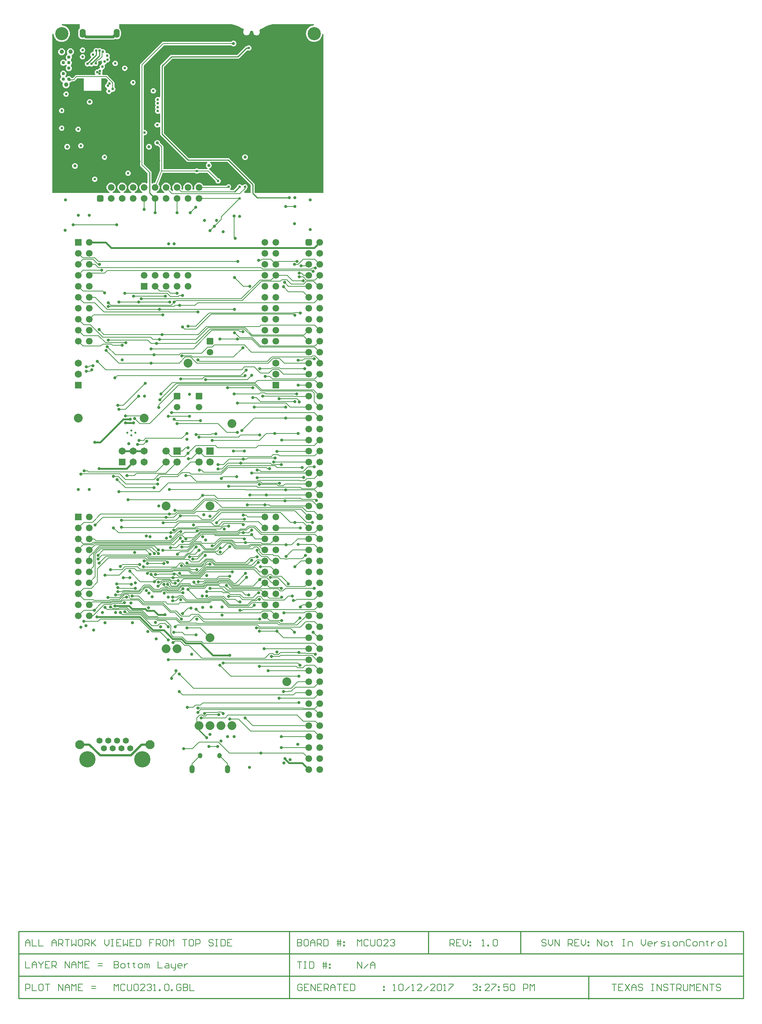
<source format=gbl>
G04 Layer_Physical_Order=4*
G04 Layer_Color=16711680*
%FSAX25Y25*%
%MOIN*%
G70*
G01*
G75*
%ADD54C,0.01000*%
%ADD56C,0.01500*%
%ADD57C,0.00600*%
%ADD58C,0.00800*%
%ADD59C,0.02000*%
%ADD60C,0.02500*%
%ADD65C,0.08000*%
G04:AMPARAMS|DCode=66|XSize=59.06mil|YSize=59.06mil|CornerRadius=2.07mil|HoleSize=0mil|Usage=FLASHONLY|Rotation=270.000|XOffset=0mil|YOffset=0mil|HoleType=Round|Shape=RoundedRectangle|*
%AMROUNDEDRECTD66*
21,1,0.05906,0.05492,0,0,270.0*
21,1,0.05492,0.05906,0,0,270.0*
1,1,0.00413,-0.02746,-0.02746*
1,1,0.00413,-0.02746,0.02746*
1,1,0.00413,0.02746,0.02746*
1,1,0.00413,0.02746,-0.02746*
%
%ADD66ROUNDEDRECTD66*%
%ADD67C,0.05906*%
%ADD68C,0.06693*%
%ADD69R,0.06693X0.06693*%
%ADD70C,0.12000*%
%ADD71R,0.06102X0.06102*%
%ADD72C,0.06102*%
%ADD73O,0.04134X0.04921*%
%ADD74O,0.04823X0.07480*%
%ADD75C,0.05512*%
%ADD76C,0.14800*%
%ADD77C,0.08268*%
%ADD78R,0.06496X0.06496*%
%ADD79C,0.06496*%
G04:AMPARAMS|DCode=80|XSize=82.68mil|YSize=55.12mil|CornerRadius=27.56mil|HoleSize=0mil|Usage=FLASHONLY|Rotation=270.000|XOffset=0mil|YOffset=0mil|HoleType=Round|Shape=RoundedRectangle|*
%AMROUNDEDRECTD80*
21,1,0.08268,0.00000,0,0,270.0*
21,1,0.02756,0.05512,0,0,270.0*
1,1,0.05512,0.00000,-0.01378*
1,1,0.05512,0.00000,0.01378*
1,1,0.05512,0.00000,0.01378*
1,1,0.05512,0.00000,-0.01378*
%
%ADD80ROUNDEDRECTD80*%
G04:AMPARAMS|DCode=81|XSize=61.02mil|YSize=61.02mil|CornerRadius=15.26mil|HoleSize=0mil|Usage=FLASHONLY|Rotation=0.000|XOffset=0mil|YOffset=0mil|HoleType=Round|Shape=RoundedRectangle|*
%AMROUNDEDRECTD81*
21,1,0.06102,0.03051,0,0,0.0*
21,1,0.03051,0.06102,0,0,0.0*
1,1,0.03051,0.01526,-0.01526*
1,1,0.03051,-0.01526,-0.01526*
1,1,0.03051,-0.01526,0.01526*
1,1,0.03051,0.01526,0.01526*
%
%ADD81ROUNDEDRECTD81*%
G04:AMPARAMS|DCode=82|XSize=61.02mil|YSize=61.02mil|CornerRadius=1.83mil|HoleSize=0mil|Usage=FLASHONLY|Rotation=270.000|XOffset=0mil|YOffset=0mil|HoleType=Round|Shape=RoundedRectangle|*
%AMROUNDEDRECTD82*
21,1,0.06102,0.05736,0,0,270.0*
21,1,0.05736,0.06102,0,0,270.0*
1,1,0.00366,-0.02868,-0.02868*
1,1,0.00366,-0.02868,0.02868*
1,1,0.00366,0.02868,0.02868*
1,1,0.00366,0.02868,-0.02868*
%
%ADD82ROUNDEDRECTD82*%
%ADD83C,0.03900*%
%ADD84C,0.02800*%
%ADD85C,0.02400*%
%ADD86C,0.01969*%
%ADD88C,0.03100*%
G36*
X0251467Y0780382D02*
Y0773400D01*
X0245814D01*
X0245431Y0774324D01*
X0247354Y0776247D01*
X0247707Y0776776D01*
X0247763Y0777058D01*
X0247930Y0777170D01*
X0248461Y0777964D01*
X0248647Y0778900D01*
X0248461Y0779836D01*
X0247930Y0780630D01*
X0247136Y0781161D01*
X0246200Y0781347D01*
X0245264Y0781161D01*
X0244470Y0780630D01*
X0244296Y0780371D01*
X0243104D01*
X0242930Y0780630D01*
X0242136Y0781161D01*
X0241200Y0781347D01*
X0240264Y0781161D01*
X0239470Y0780630D01*
X0238939Y0779836D01*
X0238754Y0778905D01*
X0235827Y0775979D01*
X0232948D01*
X0232644Y0776979D01*
X0232930Y0777170D01*
X0233461Y0777964D01*
X0233647Y0778900D01*
X0233461Y0779836D01*
X0232930Y0780630D01*
X0232136Y0781161D01*
X0231200Y0781347D01*
X0230264Y0781161D01*
X0229470Y0780630D01*
X0229069Y0780031D01*
X0208126D01*
X0207913Y0780544D01*
X0207232Y0781432D01*
X0206344Y0782113D01*
X0205310Y0782542D01*
X0204200Y0782688D01*
X0203090Y0782542D01*
X0202056Y0782113D01*
X0201168Y0781432D01*
X0200487Y0780544D01*
X0200058Y0779510D01*
X0199912Y0778400D01*
X0200058Y0777290D01*
X0200102Y0777184D01*
X0199530Y0776329D01*
X0198870D01*
X0198298Y0777184D01*
X0198342Y0777290D01*
X0198488Y0778400D01*
X0198342Y0779510D01*
X0197913Y0780544D01*
X0197232Y0781432D01*
X0196344Y0782113D01*
X0195310Y0782542D01*
X0194200Y0782688D01*
X0193090Y0782542D01*
X0192056Y0782113D01*
X0191168Y0781432D01*
X0190487Y0780544D01*
X0190058Y0779510D01*
X0189912Y0778400D01*
X0190058Y0777290D01*
X0190080Y0777239D01*
X0189524Y0776366D01*
X0188985Y0776326D01*
X0188294Y0777175D01*
X0188342Y0777290D01*
X0188488Y0778400D01*
X0188342Y0779510D01*
X0187913Y0780544D01*
X0187232Y0781432D01*
X0186344Y0782113D01*
X0185310Y0782542D01*
X0184200Y0782688D01*
X0183090Y0782542D01*
X0182056Y0782113D01*
X0181168Y0781432D01*
X0180487Y0780544D01*
X0180058Y0779510D01*
X0179912Y0778400D01*
X0180058Y0777290D01*
X0180487Y0776256D01*
X0180560Y0776161D01*
X0180544Y0775684D01*
X0180156Y0775044D01*
X0179857Y0775050D01*
X0178129Y0776778D01*
X0178342Y0777290D01*
X0178488Y0778400D01*
X0178342Y0779510D01*
X0177913Y0780544D01*
X0177232Y0781432D01*
X0176344Y0782113D01*
X0175310Y0782542D01*
X0174200Y0782688D01*
X0173090Y0782542D01*
X0172056Y0782113D01*
X0171168Y0781432D01*
X0170487Y0780544D01*
X0170058Y0779510D01*
X0169912Y0778400D01*
X0170058Y0777290D01*
X0170487Y0776256D01*
X0171168Y0775368D01*
X0172056Y0774687D01*
X0172748Y0774400D01*
X0172549Y0773400D01*
X0165851D01*
X0165652Y0774400D01*
X0166344Y0774687D01*
X0167232Y0775368D01*
X0167913Y0776256D01*
X0168342Y0777290D01*
X0168488Y0778400D01*
X0168342Y0779510D01*
X0167913Y0780544D01*
X0167232Y0781432D01*
X0167184Y0781468D01*
X0171305Y0791769D01*
X0200404D01*
X0200470Y0791670D01*
X0201264Y0791139D01*
X0202200Y0790953D01*
X0203136Y0791139D01*
X0203930Y0791670D01*
X0203996Y0791769D01*
X0212024D01*
X0219276Y0784517D01*
X0219253Y0784400D01*
X0219439Y0783464D01*
X0219970Y0782670D01*
X0220764Y0782139D01*
X0221700Y0781953D01*
X0222636Y0782139D01*
X0223430Y0782670D01*
X0223961Y0783464D01*
X0224147Y0784400D01*
X0223961Y0785336D01*
X0223430Y0786130D01*
X0222636Y0786661D01*
X0221700Y0786847D01*
X0221583Y0786824D01*
X0213854Y0794554D01*
X0213477Y0794805D01*
X0213486Y0795439D01*
X0213605Y0795831D01*
X0213879Y0795867D01*
X0214511Y0796129D01*
X0215054Y0796546D01*
X0215471Y0797089D01*
X0215733Y0797721D01*
X0215822Y0798400D01*
X0215733Y0799079D01*
X0215471Y0799711D01*
X0215054Y0800254D01*
X0214511Y0800671D01*
X0214721Y0801667D01*
X0230182D01*
X0251467Y0780382D01*
D02*
G37*
G36*
X0309044Y0925871D02*
X0307739Y0925742D01*
X0306335Y0925316D01*
X0305041Y0924624D01*
X0303907Y0923693D01*
X0302976Y0922559D01*
X0302284Y0921265D01*
X0301858Y0919860D01*
X0301714Y0918400D01*
X0301858Y0916940D01*
X0302284Y0915535D01*
X0302976Y0914241D01*
X0303907Y0913107D01*
X0305041Y0912176D01*
X0306335Y0911484D01*
X0307739Y0911058D01*
X0309200Y0910914D01*
X0310661Y0911058D01*
X0312065Y0911484D01*
X0313359Y0912176D01*
X0314493Y0913107D01*
X0315424Y0914241D01*
X0316116Y0915535D01*
X0316542Y0916940D01*
X0316671Y0918244D01*
X0317671Y0918195D01*
X0317671Y0773400D01*
X0255151D01*
X0254933Y0773618D01*
Y0781100D01*
X0254801Y0781763D01*
X0254426Y0782326D01*
X0232126Y0804626D01*
X0231563Y0805001D01*
X0230900Y0805133D01*
X0194918D01*
X0172433Y0827618D01*
Y0888182D01*
X0179918Y0895667D01*
X0239700D01*
X0240363Y0895799D01*
X0240926Y0896174D01*
X0248240Y0903489D01*
X0248764Y0903139D01*
X0249700Y0902953D01*
X0250636Y0903139D01*
X0251430Y0903670D01*
X0251961Y0904464D01*
X0252147Y0905400D01*
X0251961Y0906336D01*
X0251430Y0907130D01*
X0250636Y0907661D01*
X0249700Y0907847D01*
X0248764Y0907661D01*
X0247974Y0907133D01*
X0247700D01*
X0247037Y0907001D01*
X0246474Y0906626D01*
X0238982Y0899133D01*
X0179200D01*
X0179200Y0899133D01*
X0178537Y0899001D01*
X0177974Y0898626D01*
X0177974Y0898626D01*
X0169474Y0890126D01*
X0169099Y0889563D01*
X0168967Y0888900D01*
Y0860975D01*
X0167967Y0860440D01*
X0167636Y0860661D01*
X0166700Y0860847D01*
X0165764Y0860661D01*
X0164970Y0860130D01*
X0164439Y0859336D01*
X0164253Y0858400D01*
X0164439Y0857464D01*
X0164957Y0856650D01*
X0164439Y0855836D01*
X0164253Y0854900D01*
X0164439Y0853964D01*
X0164957Y0853150D01*
X0164439Y0852336D01*
X0164253Y0851400D01*
X0164439Y0850464D01*
X0164957Y0849650D01*
X0164439Y0848836D01*
X0164253Y0847900D01*
X0164439Y0846964D01*
X0164970Y0846170D01*
X0165764Y0845639D01*
X0166700Y0845453D01*
X0167636Y0845639D01*
X0167967Y0845860D01*
X0168967Y0845325D01*
Y0837379D01*
X0167967Y0837076D01*
X0167930Y0837130D01*
X0167136Y0837661D01*
X0166200Y0837847D01*
X0165264Y0837661D01*
X0164470Y0837130D01*
X0163939Y0836336D01*
X0163753Y0835400D01*
X0163939Y0834464D01*
X0164470Y0833670D01*
X0165264Y0833139D01*
X0166200Y0832953D01*
X0167136Y0833139D01*
X0167930Y0833670D01*
X0167967Y0833724D01*
X0168967Y0833421D01*
Y0826900D01*
X0169099Y0826237D01*
X0169474Y0825674D01*
X0192974Y0802174D01*
X0193537Y0801799D01*
X0194200Y0801667D01*
X0211679D01*
X0211889Y0800671D01*
X0211346Y0800254D01*
X0210929Y0799711D01*
X0210667Y0799079D01*
X0210578Y0798400D01*
X0210667Y0797721D01*
X0210929Y0797089D01*
X0211346Y0796546D01*
X0211889Y0796129D01*
X0212124Y0796031D01*
X0211925Y0795031D01*
X0203996D01*
X0203930Y0795130D01*
X0203136Y0795661D01*
X0202200Y0795847D01*
X0201264Y0795661D01*
X0200470Y0795130D01*
X0200404Y0795031D01*
X0171831D01*
Y0815400D01*
X0171707Y0816024D01*
X0171353Y0816553D01*
X0168795Y0819113D01*
X0168733Y0819579D01*
X0168471Y0820211D01*
X0168054Y0820754D01*
X0167511Y0821171D01*
X0166879Y0821433D01*
X0166200Y0821522D01*
X0165521Y0821433D01*
X0164889Y0821171D01*
X0164346Y0820754D01*
X0163929Y0820211D01*
X0163667Y0819579D01*
X0163578Y0818900D01*
X0163667Y0818221D01*
X0163929Y0817589D01*
X0164346Y0817046D01*
X0164889Y0816629D01*
X0165521Y0816367D01*
X0166200Y0816278D01*
X0166879Y0816367D01*
X0166912Y0816381D01*
X0168569Y0814724D01*
Y0793714D01*
X0164156Y0782682D01*
X0163090Y0782542D01*
X0162056Y0782113D01*
X0161933Y0782019D01*
X0160933Y0782512D01*
Y0791900D01*
X0160801Y0792563D01*
X0160426Y0793126D01*
X0159991Y0793416D01*
X0153831Y0799576D01*
Y0825338D01*
X0154604Y0825972D01*
X0154700Y0825953D01*
X0155636Y0826139D01*
X0156430Y0826670D01*
X0156961Y0827464D01*
X0157147Y0828400D01*
X0156961Y0829336D01*
X0156430Y0830130D01*
X0155636Y0830661D01*
X0154700Y0830847D01*
X0154604Y0830828D01*
X0153831Y0831462D01*
Y0889224D01*
X0172376Y0907769D01*
X0233675D01*
X0233846Y0907546D01*
X0234389Y0907129D01*
X0235021Y0906867D01*
X0235700Y0906778D01*
X0236379Y0906867D01*
X0237011Y0907129D01*
X0237554Y0907546D01*
X0237971Y0908089D01*
X0238233Y0908721D01*
X0238322Y0909400D01*
X0238233Y0910079D01*
X0237971Y0910711D01*
X0237554Y0911254D01*
X0237011Y0911671D01*
X0236379Y0911933D01*
X0235700Y0912022D01*
X0235021Y0911933D01*
X0234389Y0911671D01*
X0233846Y0911254D01*
X0233675Y0911031D01*
X0171700D01*
X0171076Y0910907D01*
X0170546Y0910553D01*
X0151047Y0891053D01*
X0150693Y0890524D01*
X0150569Y0889900D01*
Y0798900D01*
X0150693Y0798276D01*
X0151047Y0797747D01*
X0157467Y0791326D01*
Y0782512D01*
X0156467Y0782019D01*
X0156344Y0782113D01*
X0155310Y0782542D01*
X0154200Y0782688D01*
X0153090Y0782542D01*
X0152056Y0782113D01*
X0151168Y0781432D01*
X0150487Y0780544D01*
X0150058Y0779510D01*
X0149912Y0778400D01*
X0150058Y0777290D01*
X0150487Y0776256D01*
X0151168Y0775368D01*
X0152056Y0774687D01*
X0152748Y0774400D01*
X0152549Y0773400D01*
X0145851D01*
X0145652Y0774400D01*
X0146344Y0774687D01*
X0147232Y0775368D01*
X0147913Y0776256D01*
X0148342Y0777290D01*
X0148488Y0778400D01*
X0148342Y0779510D01*
X0147913Y0780544D01*
X0147232Y0781432D01*
X0146344Y0782113D01*
X0145310Y0782542D01*
X0144200Y0782688D01*
X0143090Y0782542D01*
X0142056Y0782113D01*
X0141168Y0781432D01*
X0140487Y0780544D01*
X0140058Y0779510D01*
X0139912Y0778400D01*
X0140058Y0777290D01*
X0140487Y0776256D01*
X0141168Y0775368D01*
X0142056Y0774687D01*
X0142748Y0774400D01*
X0142549Y0773400D01*
X0135851D01*
X0135652Y0774400D01*
X0136344Y0774687D01*
X0137232Y0775368D01*
X0137913Y0776256D01*
X0138342Y0777290D01*
X0138488Y0778400D01*
X0138342Y0779510D01*
X0137913Y0780544D01*
X0137232Y0781432D01*
X0136344Y0782113D01*
X0135310Y0782542D01*
X0134200Y0782688D01*
X0133090Y0782542D01*
X0132056Y0782113D01*
X0131168Y0781432D01*
X0130487Y0780544D01*
X0130058Y0779510D01*
X0129912Y0778400D01*
X0130058Y0777290D01*
X0130487Y0776256D01*
X0131168Y0775368D01*
X0132056Y0774687D01*
X0132748Y0774400D01*
X0132549Y0773400D01*
X0125851D01*
X0125652Y0774400D01*
X0126344Y0774687D01*
X0127232Y0775368D01*
X0127913Y0776256D01*
X0128342Y0777290D01*
X0128488Y0778400D01*
X0128342Y0779510D01*
X0127913Y0780544D01*
X0127232Y0781432D01*
X0126344Y0782113D01*
X0125310Y0782542D01*
X0124200Y0782688D01*
X0123090Y0782542D01*
X0122056Y0782113D01*
X0121168Y0781432D01*
X0120487Y0780544D01*
X0120058Y0779510D01*
X0119912Y0778400D01*
X0120058Y0777290D01*
X0120487Y0776256D01*
X0121168Y0775368D01*
X0122056Y0774687D01*
X0122748Y0774400D01*
X0122549Y0773400D01*
X0070729D01*
Y0918195D01*
X0071729Y0918244D01*
X0071858Y0916940D01*
X0072284Y0915535D01*
X0072976Y0914241D01*
X0073907Y0913107D01*
X0075041Y0912176D01*
X0076335Y0911484D01*
X0077740Y0911058D01*
X0079200Y0910914D01*
X0080660Y0911058D01*
X0082065Y0911484D01*
X0083359Y0912176D01*
X0084493Y0913107D01*
X0085424Y0914241D01*
X0086116Y0915535D01*
X0086542Y0916940D01*
X0086686Y0918400D01*
X0086542Y0919860D01*
X0086116Y0921265D01*
X0085424Y0922559D01*
X0084493Y0923693D01*
X0083359Y0924624D01*
X0082065Y0925316D01*
X0080660Y0925742D01*
X0079356Y0925871D01*
X0079405Y0926871D01*
X0095671D01*
Y0924400D01*
X0095787Y0923815D01*
X0096039Y0923437D01*
X0095327Y0922891D01*
X0094693Y0922064D01*
X0094295Y0921102D01*
X0094159Y0920069D01*
Y0917313D01*
X0094295Y0916281D01*
X0094693Y0915318D01*
X0095327Y0914492D01*
X0096154Y0913858D01*
X0097116Y0913459D01*
X0098149Y0913323D01*
X0099181Y0913459D01*
X0099653Y0913655D01*
X0099674Y0913634D01*
X0100484Y0913092D01*
X0101440Y0912902D01*
X0125960D01*
X0126916Y0913092D01*
X0127726Y0913634D01*
X0127747Y0913655D01*
X0128218Y0913459D01*
X0129251Y0913323D01*
X0130284Y0913459D01*
X0131246Y0913858D01*
X0132073Y0914492D01*
X0132707Y0915318D01*
X0133105Y0916281D01*
X0133241Y0917313D01*
Y0920069D01*
X0133105Y0921102D01*
X0132707Y0922064D01*
X0132073Y0922891D01*
X0131360Y0923437D01*
X0131613Y0923815D01*
X0131729Y0924400D01*
Y0926871D01*
X0232700D01*
X0233914Y0926871D01*
X0236317Y0926518D01*
X0238644Y0925820D01*
X0240844Y0924792D01*
X0241858Y0924123D01*
X0241884Y0924113D01*
X0241905Y0924093D01*
X0243036Y0923406D01*
X0243115Y0923377D01*
X0243183Y0923327D01*
X0244840Y0922552D01*
X0245111Y0921322D01*
X0245077Y0921277D01*
X0244777Y0920554D01*
X0244675Y0919778D01*
X0244777Y0919002D01*
X0245077Y0918279D01*
X0245553Y0917659D01*
X0246174Y0917182D01*
X0246897Y0916883D01*
X0247672Y0916781D01*
X0248448Y0916883D01*
X0249171Y0917182D01*
X0249792Y0917659D01*
X0250268Y0918279D01*
X0250568Y0919002D01*
X0250670Y0919778D01*
X0250641Y0920000D01*
X0250928Y0920523D01*
X0250980Y0920586D01*
X0251260Y0920821D01*
X0251293Y0920840D01*
X0251491Y0920919D01*
X0252976D01*
X0253749Y0919919D01*
X0253730Y0919778D01*
X0253832Y0919002D01*
X0254132Y0918279D01*
X0254608Y0917659D01*
X0255229Y0917182D01*
X0255952Y0916883D01*
X0256728Y0916781D01*
X0257503Y0916883D01*
X0258226Y0917182D01*
X0258847Y0917659D01*
X0259323Y0918279D01*
X0259623Y0919002D01*
X0259725Y0919778D01*
X0259623Y0920554D01*
X0259426Y0921028D01*
X0259546Y0921734D01*
X0259817Y0922201D01*
X0259857Y0922224D01*
X0262217Y0923327D01*
X0262285Y0923377D01*
X0262364Y0923406D01*
X0263495Y0924093D01*
X0263516Y0924113D01*
X0263542Y0924123D01*
X0264556Y0924792D01*
X0266756Y0925820D01*
X0269082Y0926518D01*
X0271486Y0926871D01*
X0308995D01*
X0309044Y0925871D01*
D02*
G37*
%LPC*%
G36*
X0158700Y0818022D02*
X0158021Y0817933D01*
X0157389Y0817671D01*
X0156846Y0817254D01*
X0156429Y0816711D01*
X0156167Y0816079D01*
X0156078Y0815400D01*
X0156167Y0814721D01*
X0156429Y0814089D01*
X0156846Y0813546D01*
X0157389Y0813129D01*
X0158021Y0812867D01*
X0158700Y0812778D01*
X0159379Y0812867D01*
X0160011Y0813129D01*
X0160554Y0813546D01*
X0160971Y0814089D01*
X0161233Y0814721D01*
X0161322Y0815400D01*
X0161233Y0816079D01*
X0160971Y0816711D01*
X0160554Y0817254D01*
X0160011Y0817671D01*
X0159379Y0817933D01*
X0158700Y0818022D01*
D02*
G37*
G36*
X0084200D02*
X0083521Y0817933D01*
X0082889Y0817671D01*
X0082346Y0817254D01*
X0081929Y0816711D01*
X0081667Y0816079D01*
X0081578Y0815400D01*
X0081667Y0814721D01*
X0081929Y0814089D01*
X0082346Y0813546D01*
X0082889Y0813129D01*
X0083521Y0812867D01*
X0084200Y0812778D01*
X0084879Y0812867D01*
X0085511Y0813129D01*
X0086054Y0813546D01*
X0086471Y0814089D01*
X0086733Y0814721D01*
X0086822Y0815400D01*
X0086733Y0816079D01*
X0086471Y0816711D01*
X0086054Y0817254D01*
X0085511Y0817671D01*
X0084879Y0817933D01*
X0084200Y0818022D01*
D02*
G37*
G36*
X0096700Y0818847D02*
X0095764Y0818661D01*
X0094970Y0818130D01*
X0094439Y0817336D01*
X0094253Y0816400D01*
X0094439Y0815464D01*
X0094970Y0814670D01*
X0095764Y0814139D01*
X0096700Y0813953D01*
X0097636Y0814139D01*
X0098430Y0814670D01*
X0098961Y0815464D01*
X0099147Y0816400D01*
X0098961Y0817336D01*
X0098430Y0818130D01*
X0097636Y0818661D01*
X0096700Y0818847D01*
D02*
G37*
G36*
X0079200Y0834847D02*
X0078264Y0834661D01*
X0077470Y0834130D01*
X0076939Y0833336D01*
X0076753Y0832400D01*
X0076939Y0831464D01*
X0077470Y0830670D01*
X0078264Y0830139D01*
X0079200Y0829953D01*
X0080136Y0830139D01*
X0080930Y0830670D01*
X0081461Y0831464D01*
X0081647Y0832400D01*
X0081461Y0833336D01*
X0080930Y0834130D01*
X0080136Y0834661D01*
X0079200Y0834847D01*
D02*
G37*
G36*
X0094200Y0833847D02*
X0093264Y0833661D01*
X0092470Y0833130D01*
X0091939Y0832336D01*
X0091753Y0831400D01*
X0091939Y0830464D01*
X0092470Y0829670D01*
X0093264Y0829139D01*
X0094200Y0828953D01*
X0095136Y0829139D01*
X0095930Y0829670D01*
X0096461Y0830464D01*
X0096647Y0831400D01*
X0096461Y0832336D01*
X0095930Y0833130D01*
X0095136Y0833661D01*
X0094200Y0833847D01*
D02*
G37*
G36*
X0139700Y0793847D02*
X0138764Y0793661D01*
X0137970Y0793130D01*
X0137439Y0792336D01*
X0137253Y0791400D01*
X0137439Y0790464D01*
X0137970Y0789670D01*
X0138764Y0789139D01*
X0139700Y0788953D01*
X0140636Y0789139D01*
X0141430Y0789670D01*
X0141961Y0790464D01*
X0142147Y0791400D01*
X0141961Y0792336D01*
X0141430Y0793130D01*
X0140636Y0793661D01*
X0139700Y0793847D01*
D02*
G37*
G36*
X0109253Y0788347D02*
X0108317Y0788161D01*
X0107523Y0787630D01*
X0106992Y0786836D01*
X0106806Y0785900D01*
X0106992Y0784964D01*
X0107523Y0784170D01*
X0108317Y0783639D01*
X0109253Y0783453D01*
X0110189Y0783639D01*
X0110983Y0784170D01*
X0111514Y0784964D01*
X0111700Y0785900D01*
X0111514Y0786836D01*
X0110983Y0787630D01*
X0110189Y0788161D01*
X0109253Y0788347D01*
D02*
G37*
G36*
X0091200Y0800522D02*
X0090521Y0800433D01*
X0089889Y0800171D01*
X0089346Y0799754D01*
X0088929Y0799211D01*
X0088667Y0798579D01*
X0088578Y0797900D01*
X0088667Y0797221D01*
X0088929Y0796589D01*
X0089346Y0796046D01*
X0089889Y0795629D01*
X0090521Y0795367D01*
X0091200Y0795278D01*
X0091879Y0795367D01*
X0092511Y0795629D01*
X0093054Y0796046D01*
X0093471Y0796589D01*
X0093733Y0797221D01*
X0093822Y0797900D01*
X0093733Y0798579D01*
X0093471Y0799211D01*
X0093054Y0799754D01*
X0092511Y0800171D01*
X0091879Y0800433D01*
X0091200Y0800522D01*
D02*
G37*
G36*
X0118200Y0808347D02*
X0117264Y0808161D01*
X0116470Y0807630D01*
X0115939Y0806836D01*
X0115753Y0805900D01*
X0115939Y0804964D01*
X0116470Y0804170D01*
X0117264Y0803639D01*
X0118200Y0803453D01*
X0119136Y0803639D01*
X0119930Y0804170D01*
X0120461Y0804964D01*
X0120647Y0805900D01*
X0120461Y0806836D01*
X0119930Y0807630D01*
X0119136Y0808161D01*
X0118200Y0808347D01*
D02*
G37*
G36*
X0246200Y0808522D02*
X0245521Y0808433D01*
X0244889Y0808171D01*
X0244346Y0807754D01*
X0243929Y0807211D01*
X0243667Y0806579D01*
X0243578Y0805900D01*
X0243667Y0805221D01*
X0243929Y0804589D01*
X0244346Y0804046D01*
X0244889Y0803629D01*
X0245521Y0803367D01*
X0246200Y0803278D01*
X0246879Y0803367D01*
X0247511Y0803629D01*
X0248054Y0804046D01*
X0248471Y0804589D01*
X0248733Y0805221D01*
X0248822Y0805900D01*
X0248733Y0806579D01*
X0248471Y0807211D01*
X0248054Y0807754D01*
X0247511Y0808171D01*
X0246879Y0808433D01*
X0246200Y0808522D01*
D02*
G37*
G36*
X0079200Y0850847D02*
X0078264Y0850661D01*
X0077470Y0850130D01*
X0076939Y0849336D01*
X0076753Y0848400D01*
X0076939Y0847464D01*
X0077470Y0846670D01*
X0078264Y0846139D01*
X0079200Y0845953D01*
X0080136Y0846139D01*
X0080930Y0846670D01*
X0081461Y0847464D01*
X0081647Y0848400D01*
X0081461Y0849336D01*
X0080930Y0850130D01*
X0080136Y0850661D01*
X0079200Y0850847D01*
D02*
G37*
G36*
X0098200Y0899847D02*
X0097264Y0899661D01*
X0096470Y0899130D01*
X0095939Y0898336D01*
X0095753Y0897400D01*
X0095939Y0896464D01*
X0096470Y0895670D01*
X0097264Y0895139D01*
X0098200Y0894953D01*
X0099136Y0895139D01*
X0099930Y0895670D01*
X0100461Y0896464D01*
X0100647Y0897400D01*
X0100461Y0898336D01*
X0099930Y0899130D01*
X0099136Y0899661D01*
X0098200Y0899847D01*
D02*
G37*
G36*
X0087200Y0905077D02*
X0086378Y0904969D01*
X0085611Y0904652D01*
X0084953Y0904147D01*
X0084448Y0903489D01*
X0084131Y0902722D01*
X0084023Y0901900D01*
X0084131Y0901078D01*
X0084448Y0900311D01*
X0084313Y0899302D01*
X0083739Y0898861D01*
X0083298Y0898287D01*
X0083021Y0897618D01*
X0082926Y0896900D01*
X0083021Y0896182D01*
X0083298Y0895513D01*
X0083739Y0894939D01*
Y0893861D01*
X0082661D01*
X0082087Y0894302D01*
X0081418Y0894579D01*
X0080700Y0894674D01*
X0079982Y0894579D01*
X0079313Y0894302D01*
X0078739Y0893861D01*
X0078298Y0893287D01*
X0078021Y0892618D01*
X0077926Y0891900D01*
X0078021Y0891182D01*
X0078298Y0890513D01*
X0078739Y0889939D01*
X0079313Y0889498D01*
X0079982Y0889221D01*
X0080700Y0889126D01*
X0081418Y0889221D01*
X0082087Y0889498D01*
X0082661Y0889939D01*
X0083739D01*
Y0888861D01*
X0083298Y0888287D01*
X0083021Y0887618D01*
X0082926Y0886900D01*
X0083021Y0886182D01*
X0083298Y0885513D01*
X0083739Y0884939D01*
X0084313Y0884498D01*
X0084982Y0884221D01*
X0085700Y0884126D01*
X0086418Y0884221D01*
X0087087Y0884498D01*
X0087661Y0884939D01*
X0088102Y0885513D01*
X0088379Y0886182D01*
X0088474Y0886900D01*
X0088379Y0887618D01*
X0088102Y0888287D01*
X0087661Y0888861D01*
Y0889939D01*
X0088102Y0890513D01*
X0088379Y0891182D01*
X0088474Y0891900D01*
X0088379Y0892618D01*
X0088102Y0893287D01*
X0087661Y0893861D01*
Y0894939D01*
X0088102Y0895513D01*
X0088379Y0896182D01*
X0088474Y0896900D01*
X0088379Y0897618D01*
X0088261Y0897902D01*
X0088260Y0897908D01*
X0088567Y0898912D01*
X0088722Y0899121D01*
X0088789Y0899148D01*
X0089447Y0899653D01*
X0089951Y0900311D01*
X0090269Y0901078D01*
X0090377Y0901900D01*
X0090269Y0902722D01*
X0089951Y0903489D01*
X0089447Y0904147D01*
X0088789Y0904652D01*
X0088022Y0904969D01*
X0087200Y0905077D01*
D02*
G37*
G36*
X0079200D02*
X0078378Y0904969D01*
X0077611Y0904652D01*
X0076953Y0904147D01*
X0076449Y0903489D01*
X0076131Y0902722D01*
X0076023Y0901900D01*
X0076131Y0901078D01*
X0076449Y0900311D01*
X0076953Y0899653D01*
X0077611Y0899148D01*
X0078378Y0898831D01*
X0079200Y0898723D01*
X0080022Y0898831D01*
X0080789Y0899148D01*
X0081447Y0899653D01*
X0081951Y0900311D01*
X0082269Y0901078D01*
X0082377Y0901900D01*
X0082269Y0902722D01*
X0081951Y0903489D01*
X0081447Y0904147D01*
X0080789Y0904652D01*
X0080022Y0904969D01*
X0079200Y0905077D01*
D02*
G37*
G36*
X0113700Y0905347D02*
X0112764Y0905161D01*
X0112200Y0904784D01*
X0111636Y0905161D01*
X0110700Y0905347D01*
X0109764Y0905161D01*
X0108970Y0904630D01*
X0108439Y0903836D01*
X0108253Y0902900D01*
X0108283Y0902751D01*
X0107700Y0901847D01*
X0106764Y0901661D01*
X0105970Y0901130D01*
X0105439Y0900336D01*
X0105253Y0899400D01*
X0105439Y0898464D01*
X0105970Y0897670D01*
X0106064Y0896715D01*
X0102695Y0893346D01*
X0101764Y0893161D01*
X0100970Y0892630D01*
X0100439Y0891836D01*
X0100253Y0890900D01*
X0100439Y0889964D01*
X0100970Y0889170D01*
X0101764Y0888639D01*
X0102700Y0888453D01*
X0103636Y0888639D01*
X0104450Y0889157D01*
X0105264Y0888639D01*
X0106200Y0888453D01*
X0107136Y0888639D01*
X0107930Y0889170D01*
X0107987Y0889254D01*
X0108470Y0889670D01*
X0109264Y0889139D01*
X0110200Y0888953D01*
X0111136Y0889139D01*
X0111930Y0889670D01*
X0112461Y0890464D01*
X0112647Y0891400D01*
X0112461Y0892336D01*
X0112426Y0892388D01*
X0113052Y0893202D01*
X0113456D01*
X0114080Y0893326D01*
X0114610Y0893680D01*
X0114958Y0894028D01*
X0115879Y0893535D01*
X0115753Y0892900D01*
X0115939Y0891964D01*
X0116034Y0891822D01*
X0115567Y0890721D01*
X0115264Y0890661D01*
X0114470Y0890130D01*
X0113939Y0889336D01*
X0113753Y0888400D01*
X0113899Y0887668D01*
X0113917Y0887433D01*
X0113308Y0886609D01*
X0113033Y0886554D01*
X0112239Y0886024D01*
X0112072Y0885773D01*
X0111700Y0885847D01*
X0110764Y0885661D01*
X0109970Y0885130D01*
X0109439Y0884336D01*
X0109253Y0883400D01*
X0109439Y0882464D01*
X0109863Y0881829D01*
X0109682Y0881225D01*
X0109427Y0880829D01*
X0092721D01*
X0092135Y0880713D01*
X0091639Y0880381D01*
X0089187Y0877929D01*
X0088250D01*
X0088102Y0878287D01*
X0087661Y0878861D01*
X0087087Y0879302D01*
X0086418Y0879579D01*
X0085700Y0879674D01*
X0084982Y0879579D01*
X0084313Y0879302D01*
X0083739Y0878861D01*
X0082661D01*
Y0879939D01*
X0083102Y0880513D01*
X0083379Y0881182D01*
X0083474Y0881900D01*
X0083379Y0882618D01*
X0083102Y0883287D01*
X0082661Y0883861D01*
X0082087Y0884302D01*
X0081418Y0884579D01*
X0080700Y0884674D01*
X0079982Y0884579D01*
X0079313Y0884302D01*
X0078739Y0883861D01*
X0078298Y0883287D01*
X0078021Y0882618D01*
X0077926Y0881900D01*
X0078021Y0881182D01*
X0078298Y0880513D01*
X0078739Y0879939D01*
Y0879006D01*
X0078658Y0878756D01*
X0078470Y0878630D01*
X0077939Y0877836D01*
X0077753Y0876900D01*
X0077939Y0875964D01*
X0078470Y0875170D01*
X0078658Y0875044D01*
X0078739Y0874939D01*
X0079313Y0874498D01*
X0079806Y0874294D01*
X0080060Y0873975D01*
X0080316Y0873168D01*
X0080131Y0872722D01*
X0080023Y0871900D01*
X0080131Y0871078D01*
X0080449Y0870311D01*
X0080953Y0869653D01*
X0081611Y0869149D01*
X0082378Y0868831D01*
X0083200Y0868723D01*
X0084022Y0868831D01*
X0084789Y0869149D01*
X0085447Y0869653D01*
X0085952Y0870311D01*
X0086269Y0871078D01*
X0086377Y0871900D01*
X0086269Y0872722D01*
X0086153Y0873002D01*
X0086155Y0873041D01*
X0086669Y0874002D01*
X0086754Y0874063D01*
X0087136Y0874139D01*
X0087930Y0874670D01*
X0088064Y0874871D01*
X0089820D01*
X0090406Y0874987D01*
X0090902Y0875319D01*
X0093354Y0877771D01*
X0099283D01*
Y0866624D01*
X0099427Y0866479D01*
X0115200D01*
Y0877771D01*
X0119348D01*
X0121159Y0875959D01*
X0121032Y0874672D01*
X0120970Y0874630D01*
X0120439Y0873836D01*
X0120307Y0873169D01*
X0120264Y0873161D01*
X0119470Y0872630D01*
X0118939Y0871836D01*
X0118753Y0870900D01*
X0118939Y0869964D01*
X0119470Y0869170D01*
X0120264Y0868639D01*
X0120470Y0867630D01*
X0119939Y0866836D01*
X0119753Y0865900D01*
X0119939Y0864964D01*
X0120470Y0864170D01*
X0121264Y0863639D01*
X0122200Y0863453D01*
X0123136Y0863639D01*
X0123930Y0864170D01*
X0124461Y0864964D01*
X0125582Y0865476D01*
X0125700Y0865453D01*
X0126636Y0865639D01*
X0127430Y0866170D01*
X0127961Y0866964D01*
X0128147Y0867900D01*
X0127961Y0868836D01*
X0127430Y0869630D01*
X0127229Y0869765D01*
Y0873581D01*
X0127113Y0874166D01*
X0126781Y0874662D01*
X0121290Y0880154D01*
X0121138Y0880381D01*
X0121138Y0880381D01*
X0121138Y0880382D01*
X0120872Y0880559D01*
X0120642Y0880713D01*
X0120642Y0880713D01*
X0120642Y0880713D01*
X0120334Y0880774D01*
X0120057Y0880829D01*
X0116954D01*
X0116133Y0881829D01*
X0116147Y0881900D01*
X0115961Y0882836D01*
X0115921Y0882895D01*
X0116230Y0883357D01*
X0116416Y0884293D01*
X0116271Y0885025D01*
X0116253Y0885261D01*
X0116862Y0886085D01*
X0117136Y0886139D01*
X0117930Y0886670D01*
X0118461Y0887464D01*
X0118647Y0888400D01*
X0118461Y0889336D01*
X0118366Y0889478D01*
X0118833Y0890579D01*
X0119136Y0890639D01*
X0119930Y0891170D01*
X0120461Y0891964D01*
X0120518Y0892251D01*
X0120840Y0892187D01*
X0121777Y0892373D01*
X0122571Y0892904D01*
X0123101Y0893697D01*
X0123287Y0894634D01*
X0123101Y0895570D01*
X0122571Y0896364D01*
X0122737Y0897303D01*
X0122844Y0897464D01*
X0123030Y0898400D01*
X0122844Y0899336D01*
X0122313Y0900130D01*
X0121520Y0900661D01*
X0120583Y0900847D01*
X0119904Y0900712D01*
X0119255Y0901204D01*
X0119062Y0901473D01*
X0119147Y0901900D01*
X0118961Y0902836D01*
X0118430Y0903630D01*
X0117636Y0904161D01*
X0116700Y0904347D01*
X0115764Y0904161D01*
X0115750Y0904152D01*
X0115430Y0904630D01*
X0114636Y0905161D01*
X0113700Y0905347D01*
D02*
G37*
G36*
X0098200Y0905886D02*
X0097264Y0905700D01*
X0096470Y0905169D01*
X0095939Y0904376D01*
X0095753Y0903439D01*
X0095939Y0902503D01*
X0096470Y0901709D01*
X0097264Y0901178D01*
X0098200Y0900992D01*
X0099136Y0901178D01*
X0099930Y0901709D01*
X0100461Y0902503D01*
X0100647Y0903439D01*
X0100461Y0904376D01*
X0099930Y0905169D01*
X0099136Y0905700D01*
X0098200Y0905886D01*
D02*
G37*
G36*
X0127901Y0893847D02*
X0126964Y0893661D01*
X0126171Y0893130D01*
X0125640Y0892336D01*
X0125454Y0891400D01*
X0125640Y0890464D01*
X0126171Y0889670D01*
X0126964Y0889139D01*
X0127901Y0888953D01*
X0128837Y0889139D01*
X0129631Y0889670D01*
X0130161Y0890464D01*
X0130348Y0891400D01*
X0130161Y0892336D01*
X0129631Y0893130D01*
X0128837Y0893661D01*
X0127901Y0893847D01*
D02*
G37*
G36*
X0083200Y0865847D02*
X0082264Y0865661D01*
X0081470Y0865130D01*
X0080939Y0864336D01*
X0080753Y0863400D01*
X0080939Y0862464D01*
X0081470Y0861670D01*
X0082264Y0861139D01*
X0083200Y0860953D01*
X0084136Y0861139D01*
X0084930Y0861670D01*
X0085461Y0862464D01*
X0085647Y0863400D01*
X0085461Y0864336D01*
X0084930Y0865130D01*
X0084136Y0865661D01*
X0083200Y0865847D01*
D02*
G37*
G36*
X0104700Y0858825D02*
X0104021Y0858736D01*
X0103389Y0858474D01*
X0102846Y0858057D01*
X0102429Y0857514D01*
X0102167Y0856882D01*
X0102078Y0856203D01*
X0102167Y0855524D01*
X0102429Y0854892D01*
X0102846Y0854349D01*
X0103389Y0853932D01*
X0104021Y0853670D01*
X0104700Y0853581D01*
X0105379Y0853670D01*
X0106011Y0853932D01*
X0106554Y0854349D01*
X0106971Y0854892D01*
X0107233Y0855524D01*
X0107322Y0856203D01*
X0107233Y0856882D01*
X0106971Y0857514D01*
X0106554Y0858057D01*
X0106011Y0858474D01*
X0105379Y0858736D01*
X0104700Y0858825D01*
D02*
G37*
G36*
X0162700Y0868847D02*
X0161764Y0868661D01*
X0160970Y0868130D01*
X0160439Y0867336D01*
X0160253Y0866400D01*
X0160439Y0865464D01*
X0160970Y0864670D01*
X0161764Y0864139D01*
X0162700Y0863953D01*
X0163636Y0864139D01*
X0164430Y0864670D01*
X0164961Y0865464D01*
X0165147Y0866400D01*
X0164961Y0867336D01*
X0164430Y0868130D01*
X0163636Y0868661D01*
X0162700Y0868847D01*
D02*
G37*
G36*
X0136700Y0889347D02*
X0135764Y0889161D01*
X0134970Y0888630D01*
X0134439Y0887836D01*
X0134253Y0886900D01*
X0134439Y0885964D01*
X0134970Y0885170D01*
X0135764Y0884639D01*
X0136700Y0884453D01*
X0137636Y0884639D01*
X0138430Y0885170D01*
X0138961Y0885964D01*
X0139147Y0886900D01*
X0138961Y0887836D01*
X0138430Y0888630D01*
X0137636Y0889161D01*
X0136700Y0889347D01*
D02*
G37*
G36*
X0144200Y0876347D02*
X0143264Y0876161D01*
X0142470Y0875630D01*
X0141939Y0874836D01*
X0141753Y0873900D01*
X0141939Y0872964D01*
X0142470Y0872170D01*
X0143264Y0871639D01*
X0144200Y0871453D01*
X0145136Y0871639D01*
X0145930Y0872170D01*
X0146461Y0872964D01*
X0146647Y0873900D01*
X0146461Y0874836D01*
X0145930Y0875630D01*
X0145136Y0876161D01*
X0144200Y0876347D01*
D02*
G37*
%LPD*%
G54D54*
X0257200Y0768900D02*
X0286700D01*
X0159200Y0773400D02*
Y0791900D01*
Y0773400D02*
X0164200Y0768400D01*
X0102700Y0890900D02*
X0110700Y0898900D01*
Y0902900D01*
X0106200Y0890954D02*
X0113700Y0898454D01*
Y0902900D01*
X0179200Y0897400D02*
X0239700D01*
X0236647Y0774347D02*
X0241200Y0778900D01*
X0194200Y0803400D02*
X0230900D01*
X0253200Y0781100D01*
X0170700Y0826900D02*
X0194200Y0803400D01*
X0170700Y0826900D02*
Y0888900D01*
X0179200Y0897400D01*
X0239700D02*
X0247700Y0905400D01*
X0249700D01*
X0204200Y0284400D02*
X0211200Y0277400D01*
X0204200Y0284400D02*
Y0288400D01*
X0253200Y0772900D02*
X0257200Y0768900D01*
X0253200Y0772900D02*
Y0781100D01*
X0164200Y0755400D02*
Y0768400D01*
X0497200Y0080717D02*
Y0101050D01*
X0413200Y0080717D02*
Y0101050D01*
X0040000Y0080717D02*
X0700200D01*
X0040000Y0060383D02*
X0700000D01*
X0040000Y0040050D02*
X0440500D01*
X0040050Y0101050D02*
X0700200D01*
X0040050Y0040050D02*
Y0101050D01*
Y0040050D02*
X0197600D01*
X0040000D02*
Y0101050D01*
X0286500Y0040050D02*
Y0101050D01*
X0700200Y0040050D02*
Y0101050D01*
X0440500Y0040050D02*
X0700200D01*
X0559400Y0039400D02*
Y0059683D01*
G54D56*
X0298200Y0254400D02*
X0304200Y0248400D01*
X0192200Y0363400D02*
X0205956D01*
X0188200Y0367400D02*
X0192200Y0363400D01*
X0180200Y0367400D02*
X0188200D01*
X0172200Y0375400D02*
X0180200Y0367400D01*
X0162200Y0375400D02*
X0172200D01*
X0150273Y0387327D02*
X0162200Y0375400D01*
X0111273Y0387327D02*
X0150273D01*
X0111200Y0387400D02*
X0111273Y0387327D01*
X0216956Y0352400D02*
X0232200D01*
X0205956Y0363400D02*
X0216956Y0352400D01*
X0166928Y0389400D02*
X0173200D01*
X0163348Y0392980D02*
X0166928Y0389400D01*
X0157061Y0392980D02*
X0163348D01*
X0155391Y0394650D02*
X0157061Y0392980D01*
X0143450Y0394650D02*
X0155391D01*
X0140700Y0397400D02*
X0143450Y0394650D01*
X0127700Y0397400D02*
X0140700D01*
X0138200Y0522400D02*
X0144200Y0528400D01*
X0113200Y0522400D02*
X0138200D01*
X0134200Y0538400D02*
X0144200D01*
X0154200D01*
X0109200Y0546400D02*
X0114200D01*
X0135200Y0567400D01*
X0141700D01*
X0137200Y0563900D02*
X0144700D01*
X0309200Y0723400D02*
X0314200Y0728400D01*
X0119200D02*
X0124200Y0723400D01*
X0104200Y0728400D02*
X0119200D01*
X0124200Y0723400D02*
X0309200D01*
X0282700Y0258011D02*
X0286311Y0254400D01*
X0282700Y0258011D02*
Y0258400D01*
X0286311Y0254400D02*
X0298200D01*
G54D57*
X0231200Y0405900D02*
X0241200D01*
X0244000Y0403100D01*
X0229200Y0403400D02*
X0237400D01*
X0239900Y0400900D02*
X0241700D01*
X0237400Y0403400D02*
X0239900Y0400900D01*
X0232200Y0398400D02*
X0248700D01*
X0231703Y0397200D02*
X0249500D01*
X0231206Y0396000D02*
X0252800D01*
X0246700Y0407400D02*
X0249700D01*
X0243700Y0410400D02*
X0246700Y0407400D01*
X0252200Y0401900D02*
X0256200D01*
X0248700Y0398400D02*
X0252200Y0401900D01*
X0252700Y0400400D02*
X0262200D01*
X0249500Y0397200D02*
X0252700Y0400400D01*
X0252800Y0396000D02*
X0254700Y0397900D01*
X0244261Y0393900D02*
X0299200D01*
X0243761Y0393400D02*
X0244261Y0393900D01*
X0241700Y0393400D02*
X0243761D01*
X0281200Y0608400D02*
X0304200D01*
X0276900Y0612700D02*
X0281200Y0608400D01*
X0271200Y0612700D02*
X0276900D01*
X0267900Y0609400D02*
X0271200Y0612700D01*
X0278700Y0613400D02*
X0300700D01*
X0278200Y0613900D02*
X0278700Y0613400D01*
X0270200Y0613900D02*
X0278200D01*
X0269700Y0613400D02*
X0270200Y0613900D01*
X0259700Y0613400D02*
X0269700D01*
X0260200Y0609400D02*
X0267900D01*
X0202200Y0618400D02*
X0267200D01*
X0271500Y0622700D01*
X0277700D01*
X0204700Y0619900D02*
X0266500D01*
X0270500Y0623900D02*
X0306700D01*
X0266500Y0619900D02*
X0270500Y0623900D01*
X0282000Y0618400D02*
X0304200D01*
X0277700Y0622700D02*
X0282000Y0618400D01*
X0264700Y0606400D02*
X0268700D01*
X0271200Y0603900D01*
X0293700Y0585900D02*
X0296700Y0582900D01*
X0295700D02*
X0296700D01*
X0277200Y0585900D02*
X0293700D01*
X0260200Y0583400D02*
X0291700D01*
X0291200Y0587900D02*
X0303700D01*
X0290700Y0588400D02*
X0291200Y0587900D01*
X0262200Y0588400D02*
X0290700D01*
X0294700Y0598400D02*
X0304200D01*
X0180100Y0600800D02*
X0255800D01*
X0257700Y0602700D01*
X0309900D01*
X0183400Y0599600D02*
X0255700D01*
X0261200Y0594100D02*
X0308500D01*
X0255700Y0599600D02*
X0261200Y0594100D01*
X0185700Y0598400D02*
X0255200D01*
X0260700Y0592900D02*
X0307200D01*
X0255200Y0598400D02*
X0260700Y0592900D01*
X0101700Y0614900D02*
X0104000D01*
X0105000Y0615900D01*
X0107700D01*
X0101700Y0610900D02*
X0105200D01*
X0106700Y0612400D01*
X0126400Y0468400D02*
X0130900Y0463900D01*
X0178700D01*
X0193503Y0447900D02*
X0200003Y0454400D01*
X0171200Y0447900D02*
X0193503D01*
X0183700Y0450400D02*
X0186700Y0453400D01*
X0178200Y0450400D02*
X0183700D01*
X0109574Y0453077D02*
X0181377D01*
X0179324Y0454277D02*
X0186247Y0461200D01*
X0109077Y0454277D02*
X0179324D01*
X0178384Y0455477D02*
X0185507Y0462600D01*
X0108077Y0455477D02*
X0178384D01*
X0177887Y0456677D02*
X0186110Y0464900D01*
X0110323Y0456677D02*
X0177887D01*
X0190356Y0421900D02*
X0220212D01*
X0183856Y0415400D02*
X0190356Y0421900D01*
X0291700Y0432900D02*
X0297200Y0438400D01*
X0253200Y0288400D02*
X0304200D01*
X0246200Y0295400D02*
X0253200Y0288400D01*
X0251200Y0283400D02*
X0309200D01*
X0203200Y0304400D02*
X0299200D01*
X0299500Y0304100D01*
X0309900D01*
X0203200Y0300400D02*
X0205700Y0302900D01*
X0309700D02*
X0314200Y0298400D01*
X0205700Y0302900D02*
X0309700D01*
X0309900Y0304100D02*
X0314200Y0308400D01*
X0207700Y0308900D02*
X0294700D01*
X0205700Y0306900D02*
X0207700Y0308900D01*
X0223200Y0343400D02*
X0233153Y0333447D01*
X0295153D01*
X0199200Y0322400D02*
X0288200D01*
X0186200Y0335400D02*
X0199200Y0322400D01*
X0259200Y0376700D02*
X0287900D01*
X0291200Y0373400D01*
X0208289Y0363400D02*
X0309200D01*
X0206639Y0365050D02*
X0208289Y0363400D01*
X0107700Y0388400D02*
X0118000Y0398700D01*
X0124500D01*
X0115450Y0399900D02*
X0124003D01*
X0108950Y0393400D02*
X0115450Y0399900D01*
X0104200Y0398400D02*
X0106900Y0401100D01*
X0120953D01*
X0134200Y0430400D02*
X0136700Y0432900D01*
X0148200D02*
X0150500Y0430600D01*
X0136700Y0432900D02*
X0148200D01*
X0131700Y0425400D02*
X0137700Y0431400D01*
X0145700D02*
X0147700Y0429400D01*
X0137700Y0431400D02*
X0145700D01*
X0115900Y0443600D02*
X0157247D01*
X0158747Y0442100D02*
X0190602D01*
X0157247Y0443600D02*
X0158747Y0442100D01*
X0119200Y0442400D02*
X0156600D01*
X0158200Y0440800D01*
X0155200Y0440900D02*
X0156500Y0439600D01*
X0121589Y0440900D02*
X0155200D01*
X0111700Y0431011D02*
X0121589Y0440900D01*
X0113200Y0436400D02*
X0119200Y0442400D01*
X0112200Y0439900D02*
X0115900Y0443600D01*
X0210700Y0428400D02*
X0234700D01*
X0205400Y0423100D02*
X0210700Y0428400D01*
X0260700Y0424400D02*
X0266700D01*
X0254400Y0430700D02*
X0260700Y0424400D01*
X0211303Y0430700D02*
X0254400D01*
X0259450Y0428400D02*
X0264200D01*
X0255950Y0431900D02*
X0259450Y0428400D01*
X0210806Y0431900D02*
X0255950D01*
X0210309Y0433100D02*
X0254400D01*
X0258200Y0436900D01*
X0252347Y0434300D02*
X0257247Y0439200D01*
X0218553Y0434300D02*
X0252347D01*
X0203412Y0427900D02*
X0210912Y0435400D01*
X0214200D01*
X0211515Y0437700D02*
X0215153D01*
X0206715Y0432900D02*
X0211515Y0437700D01*
X0206218Y0434100D02*
X0211018Y0438900D01*
X0215650D01*
X0210521Y0440100D02*
X0216147D01*
X0205721Y0435300D02*
X0210521Y0440100D01*
X0217882Y0462718D02*
X0219300Y0461300D01*
X0244600D01*
X0244700Y0461400D01*
X0241797Y0463900D02*
X0244700D01*
X0240397Y0462500D02*
X0241797Y0463900D01*
X0219797Y0462500D02*
X0240397D01*
X0218379Y0463918D02*
X0219797Y0462500D01*
X0239900Y0463700D02*
X0242400Y0466200D01*
X0218876Y0465118D02*
X0220294Y0463700D01*
X0239900D01*
X0219373Y0466318D02*
X0220791Y0464900D01*
X0239403D02*
X0241903Y0467400D01*
X0220791Y0464900D02*
X0239403D01*
X0201747Y0467900D02*
X0203653D01*
X0185253Y0467200D02*
X0201047D01*
X0201747Y0467900D01*
X0184756Y0468400D02*
X0200550D01*
X0201468Y0469318D01*
X0219450Y0494650D02*
X0221200Y0492900D01*
X0198700Y0484400D02*
X0208950Y0494650D01*
X0219450D01*
X0218960Y0493140D02*
X0225200Y0486900D01*
X0216389Y0493140D02*
X0218960D01*
X0216230Y0493300D02*
X0216389Y0493140D01*
X0209600Y0493300D02*
X0216230D01*
X0199200Y0482900D02*
X0209600Y0493300D01*
X0222600Y0485400D02*
X0297200D01*
X0220500Y0483300D02*
X0222600Y0485400D01*
X0201600Y0483300D02*
X0220500D01*
X0200000Y0481700D02*
X0201600Y0483300D01*
X0185000Y0481700D02*
X0200000D01*
X0099200Y0673400D02*
X0109200D01*
X0117700Y0664900D02*
X0203200D01*
X0109200Y0673400D02*
X0117700Y0664900D01*
X0104200Y0658400D02*
X0108200Y0662400D01*
X0166200D01*
X0117700Y0644400D02*
X0170700D01*
X0113200Y0648900D02*
X0117700Y0644400D01*
X0135200Y0579900D02*
X0155200Y0599900D01*
X0130200Y0579900D02*
X0135200D01*
X0168700Y0584900D02*
X0183400Y0599600D01*
X0169700Y0590400D02*
X0180100Y0600800D01*
X0230200Y0595900D02*
X0253200D01*
X0129900Y0607100D02*
X0242400D01*
X0127700Y0604900D02*
X0129900Y0607100D01*
X0210200Y0603400D02*
X0248200D01*
X0252200Y0607400D01*
X0209200Y0605900D02*
X0245200D01*
X0246200Y0606900D01*
X0120700Y0633400D02*
X0128200Y0625900D01*
X0163200D01*
X0119700Y0629900D02*
X0131200Y0618400D01*
X0160700D01*
X0199200Y0631400D02*
X0216000Y0648200D01*
X0160700Y0631400D02*
X0199200D01*
X0218200Y0634900D02*
X0245500D01*
X0216200Y0632900D02*
X0218200Y0634900D01*
X0242400Y0607100D02*
X0247200Y0611900D01*
X0163200Y0625900D02*
X0186200D01*
X0160700Y0636400D02*
X0165700D01*
X0201200D01*
X0162200Y0639900D02*
X0168200D01*
X0160200Y0641900D02*
X0162200Y0639900D01*
X0168200D02*
X0201700D01*
X0170700Y0644400D02*
X0203700D01*
X0289700Y0693400D02*
X0299200D01*
X0274200Y0698400D02*
X0284700D01*
X0289700Y0693400D01*
X0261200Y0692900D02*
X0278450D01*
X0284200Y0694400D02*
X0288200Y0690400D01*
X0299700D01*
X0278450Y0692900D02*
X0279950Y0694400D01*
X0284200D01*
X0282200Y0691900D02*
X0285700Y0688400D01*
X0283700Y0581900D02*
X0287200Y0578400D01*
X0239200Y0581900D02*
X0283700D01*
X0265700Y0554400D02*
X0273200D01*
X0216200Y0547900D02*
X0259200D01*
X0265700Y0554400D01*
X0257950Y0511600D02*
X0296000D01*
X0296200Y0511400D02*
X0300700D01*
X0256950Y0510600D02*
X0257950Y0511600D01*
X0296000D02*
X0296200Y0511400D01*
X0299200Y0393900D02*
X0299212Y0393912D01*
X0226200Y0345400D02*
X0294200D01*
X0296200Y0343400D01*
X0294200Y0341100D02*
X0298900D01*
X0259200Y0342400D02*
X0292900D01*
X0294200Y0341100D01*
X0189200Y0316400D02*
X0290200D01*
X0186200Y0319400D02*
X0189200Y0316400D01*
X0199100Y0304900D02*
X0201100Y0306900D01*
X0205700D01*
X0196997Y0517400D02*
X0224700D01*
X0195700Y0518697D02*
X0196997Y0517400D01*
X0204700Y0520900D02*
X0206700D01*
X0208700Y0518900D01*
X0250700Y0498400D02*
X0265700D01*
X0248700Y0478400D02*
X0264200D01*
X0247200Y0479900D02*
X0248700Y0478400D01*
X0244700Y0479900D02*
X0247200D01*
X0258500Y0474100D02*
X0264200Y0468400D01*
X0225782Y0474100D02*
X0246900D01*
X0258500D01*
X0227103Y0472253D02*
X0243847D01*
X0244700Y0471400D01*
X0218200Y0470518D02*
X0222200D01*
X0225782Y0474100D01*
X0220200Y0472900D02*
X0223700Y0476400D01*
X0245700D01*
X0224168Y0469318D02*
X0227103Y0472253D01*
X0201468Y0469318D02*
X0224168D01*
X0215318Y0473400D02*
X0218200Y0470518D01*
X0181555Y0468755D02*
X0186200Y0473400D01*
X0215318D01*
X0133845Y0468755D02*
X0181555D01*
X0183700Y0473500D02*
X0184900Y0474700D01*
X0216803D02*
X0224503Y0482400D01*
X0184900Y0474700D02*
X0216803D01*
X0172300Y0473500D02*
X0183700D01*
X0224503Y0482400D02*
X0278700D01*
X0215200Y0475900D02*
X0223200Y0483900D01*
X0206830Y0475900D02*
X0215200D01*
X0203330Y0479400D02*
X0206830Y0475900D01*
X0187200Y0479400D02*
X0203330D01*
X0099200Y0473400D02*
X0107200D01*
X0114700Y0480900D02*
X0177200D01*
X0107200Y0473400D02*
X0114700Y0480900D01*
X0109700Y0470900D02*
X0116700Y0477900D01*
X0133700Y0475400D02*
X0183200D01*
X0187200Y0479400D01*
X0139700Y0493900D02*
X0203700D01*
X0207700Y0497900D01*
X0182200Y0484400D02*
X0198700D01*
X0182200Y0480900D02*
X0184200Y0482900D01*
X0199200D01*
X0181200Y0477900D02*
X0185000Y0481700D01*
X0116700Y0477900D02*
X0181200D01*
X0177200Y0480900D02*
X0182200D01*
X0201400Y0394544D02*
X0201622Y0394322D01*
X0260450Y0390900D02*
X0262250Y0392700D01*
X0201700Y0394400D02*
X0204700Y0391400D01*
X0226700D01*
X0227200Y0390900D01*
X0260450D01*
X0203700Y0387900D02*
X0208900Y0382700D01*
X0276900D01*
X0275600Y0381500D02*
X0277200Y0379900D01*
X0202400Y0381500D02*
X0275600D01*
X0186900Y0381700D02*
X0202200D01*
X0202400Y0381500D01*
X0189200Y0390400D02*
X0194200Y0395400D01*
X0196900D01*
X0185658Y0399158D02*
X0186800Y0400300D01*
X0175570Y0399158D02*
X0185658D01*
X0143200Y0406400D02*
X0149200D01*
X0173828Y0400900D02*
X0175570Y0399158D01*
X0154700Y0400900D02*
X0173828D01*
X0149200Y0406400D02*
X0154700Y0400900D01*
X0171697Y0399600D02*
X0178697Y0392600D01*
X0153759Y0399600D02*
X0171697D01*
X0153262Y0398400D02*
X0171200D01*
X0178200Y0391400D01*
X0149253Y0411100D02*
X0154453Y0416300D01*
X0141200Y0428900D02*
X0150700Y0419400D01*
X0179897Y0417900D02*
X0182700D01*
X0117077Y0448277D02*
X0155823D01*
X0112200Y0443400D02*
X0117077Y0448277D01*
X0109700Y0444609D02*
X0114568Y0449477D01*
X0159123D01*
X0108450Y0445056D02*
X0114071Y0450677D01*
X0161423D01*
X0113574Y0451877D02*
X0163723D01*
X0104200Y0442503D02*
X0113574Y0451877D01*
X0104200Y0448400D02*
X0104897D01*
X0109574Y0453077D01*
X0098700Y0452900D02*
X0107700D01*
X0109077Y0454277D01*
X0098500Y0454100D02*
X0106700D01*
X0108077Y0455477D01*
X0108600Y0458400D02*
X0110323Y0456677D01*
X0163600Y0423000D02*
X0180600D01*
X0160700Y0425900D02*
X0163600Y0423000D01*
X0168200Y0426400D02*
X0181700D01*
X0167700Y0425900D02*
X0168200Y0426400D01*
X0164700Y0425900D02*
X0167700D01*
X0180000Y0428200D02*
X0181000Y0429200D01*
X0158500Y0428200D02*
X0180000D01*
X0157200Y0426900D02*
X0158500Y0428200D01*
X0147700Y0429400D02*
X0179503D01*
X0150500Y0430600D02*
X0179006D01*
X0179503Y0429400D02*
X0180503Y0430400D01*
X0179006Y0430600D02*
X0180006Y0431600D01*
X0153800Y0432800D02*
X0183600D01*
X0153700Y0432900D02*
X0153800Y0432800D01*
X0157200Y0435900D02*
X0172200D01*
X0175200Y0416900D02*
X0177900Y0414200D01*
X0154200Y0438400D02*
X0174200D01*
X0175700Y0436900D01*
X0156500Y0439600D02*
X0195000D01*
X0158200Y0440800D02*
X0190998D01*
X0195000Y0439600D02*
X0197200Y0437400D01*
X0190998Y0440800D02*
X0194398Y0444200D01*
X0190602Y0442100D02*
X0193902Y0445400D01*
X0159123Y0449477D02*
X0163700Y0444900D01*
X0161423Y0450677D02*
X0167200Y0444900D01*
X0155823Y0448277D02*
X0159700Y0444400D01*
X0163723Y0451877D02*
X0167200Y0448400D01*
X0186900Y0446600D02*
X0193900D01*
X0184700Y0444400D02*
X0186900Y0446600D01*
X0171700Y0416800D02*
X0173700Y0414800D01*
X0171700Y0416800D02*
Y0416900D01*
X0179094Y0420400D02*
X0185200D01*
X0204903Y0424300D02*
X0211303Y0430700D01*
X0204406Y0425500D02*
X0210806Y0431900D01*
X0203909Y0426700D02*
X0210309Y0433100D01*
X0189700Y0432900D02*
X0206715D01*
X0191253Y0434100D02*
X0206218D01*
X0194300Y0435300D02*
X0205721D01*
X0196894Y0430400D02*
X0202200D01*
X0167700Y0577900D02*
Y0580400D01*
X0185700Y0598400D01*
X0131200Y0501400D02*
X0168200D01*
X0176200Y0509400D01*
X0257447D01*
X0155794Y0518100D02*
X0173900D01*
X0184200Y0528400D01*
X0096897Y0517597D02*
X0123200D01*
X0123303Y0517700D02*
X0131900D01*
X0167700Y0516900D02*
X0185003D01*
X0123200Y0517597D02*
X0123303Y0517700D01*
X0131900D02*
X0137200Y0512400D01*
X0163200D01*
X0167700Y0516900D01*
X0169200Y0514900D02*
X0184700D01*
X0166700Y0512400D02*
X0169200Y0514900D01*
X0137700Y0508400D02*
X0166700D01*
X0129700Y0512400D02*
X0137200Y0504900D01*
X0163200D01*
X0192200Y0515900D02*
X0196700D01*
X0273200Y0554400D02*
X0294700D01*
X0261200Y0452900D02*
X0283700D01*
X0288700D01*
X0283700Y0442400D02*
X0289700Y0448400D01*
X0304200D01*
X0284953Y0440400D02*
X0298200D01*
X0284653Y0440100D02*
X0284953Y0440400D01*
X0282747Y0440100D02*
X0284653D01*
X0282447Y0440400D02*
X0282747Y0440100D01*
X0278700Y0440400D02*
X0282447D01*
X0291700Y0473400D02*
X0299200D01*
X0287700D02*
X0291700D01*
X0294200Y0458400D02*
X0304200D01*
X0288700Y0452900D02*
X0294200Y0458400D01*
X0269400Y0454100D02*
X0273700Y0458400D01*
X0261500Y0454100D02*
X0269400D01*
X0260600Y0455000D02*
X0261500Y0454100D01*
X0260700Y0452400D02*
X0261200Y0452900D01*
X0297200Y0438400D02*
X0304200D01*
X0290200Y0402400D02*
X0292200D01*
X0293200Y0403400D02*
X0309200D01*
X0292200Y0402400D02*
X0293200Y0403400D01*
X0294700Y0453400D02*
X0309200D01*
X0285700Y0406400D02*
X0289200D01*
X0263309Y0402794D02*
X0282094D01*
X0285700Y0406400D01*
X0236200Y0590400D02*
X0259200D01*
X0265200D02*
X0293200D01*
X0264200Y0591400D02*
X0265200Y0590400D01*
X0260200Y0591400D02*
X0264200D01*
X0259200Y0590400D02*
X0260200Y0591400D01*
X0187700Y0627400D02*
X0206700D01*
X0212200Y0632900D02*
X0216200D01*
X0206700Y0627400D02*
X0212200Y0632900D01*
X0216000Y0648200D02*
X0240200D01*
X0201200Y0636400D02*
X0214200Y0649400D01*
X0212400Y0650600D02*
X0246197D01*
X0201700Y0639900D02*
X0212400Y0650600D01*
X0203700Y0644400D02*
X0211100Y0651800D01*
X0223200Y0640400D02*
X0239200D01*
X0267200Y0338400D02*
X0304200D01*
X0283200Y0760900D02*
X0291700D01*
X0178200Y0678900D02*
X0185200D01*
X0186200Y0679900D02*
X0189200D01*
X0185200Y0678900D02*
X0186200Y0679900D01*
X0294700Y0620900D02*
X0298700D01*
X0300200Y0622400D01*
X0309200D01*
X0306700Y0623900D02*
X0307700Y0624900D01*
X0118200Y0700400D02*
X0120500Y0702700D01*
X0260700Y0705400D02*
X0262200Y0703900D01*
X0112700Y0705400D02*
X0260700D01*
X0112700Y0710900D02*
X0239700D01*
X0089700Y0744400D02*
X0129200D01*
X0181700Y0567400D02*
X0183200Y0565900D01*
X0205700D01*
X0109700Y0423900D02*
Y0444609D01*
X0104200Y0418400D02*
X0109700Y0423900D01*
X0104200Y0429150D02*
X0108450Y0433400D01*
Y0445056D01*
X0104200Y0428400D02*
Y0429150D01*
Y0438400D02*
Y0442503D01*
Y0458400D02*
X0108600D01*
X0094200D02*
X0098500Y0454100D01*
X0094200Y0448400D02*
X0098700Y0452900D01*
X0224065Y0467518D02*
X0226500Y0469953D01*
X0231400D01*
X0182756Y0466400D02*
X0184756Y0468400D01*
X0181200Y0466400D02*
X0182756D01*
X0204034Y0467518D02*
X0224065D01*
X0203653Y0467900D02*
X0204034Y0467518D01*
X0181953Y0463900D02*
X0185253Y0467200D01*
X0178700Y0463900D02*
X0181953D01*
X0202700Y0465600D02*
X0204309D01*
X0205027Y0466318D01*
X0219373D01*
X0309700Y0463900D02*
X0314200Y0468400D01*
X0310200Y0462400D02*
X0314200Y0458400D01*
X0205524Y0465118D02*
X0218876D01*
X0199606Y0459200D02*
X0205524Y0465118D01*
X0193000Y0459200D02*
X0199606D01*
X0192200Y0458400D02*
X0193000Y0459200D01*
X0236944Y0455000D02*
X0246800D01*
X0234444Y0457500D02*
X0236944Y0455000D01*
X0223597Y0457500D02*
X0234444D01*
X0217997Y0451900D02*
X0223597Y0457500D01*
X0216200Y0451900D02*
X0217997D01*
X0245200Y0458900D02*
X0245700Y0458400D01*
X0223300Y0458900D02*
X0245200D01*
X0218800Y0454400D02*
X0223300Y0458900D01*
X0207094Y0454400D02*
X0218800D01*
X0206021Y0463918D02*
X0218379D01*
X0200103Y0458000D02*
X0206021Y0463918D01*
X0198512Y0458000D02*
X0200103D01*
X0196412Y0455900D02*
X0198512Y0458000D01*
X0189200Y0455900D02*
X0196412D01*
X0181377Y0453077D02*
X0187200Y0458900D01*
X0186247Y0461200D02*
X0189400D01*
X0192200Y0458400D01*
X0185507Y0462600D02*
X0189400D01*
X0186110Y0464900D02*
X0187700D01*
X0189400Y0462600D02*
X0191200Y0464400D01*
X0201700D01*
X0202700Y0465400D01*
X0251200Y0461400D02*
X0252200Y0462400D01*
X0244700Y0461400D02*
X0251200D01*
X0206518Y0462718D02*
X0217882D01*
X0200600Y0456800D02*
X0206518Y0462718D01*
X0199009Y0456800D02*
X0200600D01*
X0195609Y0453400D02*
X0199009Y0456800D01*
X0186700Y0453400D02*
X0195609D01*
X0205894Y0455600D02*
X0207094Y0454400D01*
X0199506Y0455600D02*
X0205894D01*
X0194806Y0450900D02*
X0199506Y0455600D01*
X0188700Y0450900D02*
X0194806D01*
X0218103Y0449500D02*
X0224903Y0456300D01*
X0210297Y0449500D02*
X0218103D01*
X0205397Y0454400D02*
X0210297Y0449500D01*
X0200003Y0454400D02*
X0205397D01*
X0209800Y0448300D02*
X0218600D01*
X0204900Y0453200D02*
X0209800Y0448300D01*
X0200500Y0453200D02*
X0204900D01*
X0193900Y0446600D02*
X0200500Y0453200D01*
X0193902Y0445400D02*
X0196200D01*
X0201700Y0450900D01*
X0194398Y0444200D02*
X0200500D01*
X0204200Y0447900D01*
X0150700Y0419400D02*
X0163700D01*
X0134700Y0434900D02*
X0150200D01*
X0309200Y0403400D02*
X0314200Y0408400D01*
X0296700Y0377900D02*
X0301700Y0382900D01*
X0257700Y0379900D02*
X0259700Y0377900D01*
X0296700D01*
X0201400Y0394544D02*
Y0394900D01*
X0208200Y0385400D02*
X0259700D01*
X0204019Y0389581D02*
X0208200Y0385400D01*
X0184200Y0379900D02*
X0257700D01*
X0299212Y0393912D02*
X0309712D01*
X0314200Y0398400D01*
X0184047Y0386300D02*
X0187447Y0382900D01*
X0166194Y0387800D02*
X0167694Y0386300D01*
X0184047D01*
X0167197Y0385100D02*
X0183500D01*
X0186900Y0381700D01*
X0277200Y0379900D02*
X0293700D01*
X0302200Y0388400D01*
X0304200D01*
X0187447Y0382900D02*
X0195700D01*
X0200700Y0387900D01*
X0203700D01*
X0197200Y0389581D02*
X0204019D01*
X0196035Y0388416D02*
X0197200Y0389581D01*
X0196035Y0388400D02*
Y0388416D01*
X0276900Y0382700D02*
X0278200Y0381400D01*
X0291200D01*
X0296200Y0386400D01*
X0259700Y0421400D02*
X0261200Y0422900D01*
X0266200D01*
X0270700Y0418400D01*
X0274200D01*
X0266700Y0424400D02*
X0268200Y0425900D01*
X0269953D01*
X0271453Y0424400D01*
X0279200D01*
X0281700Y0390900D02*
X0300200D01*
X0280700D02*
X0281700D01*
X0300200D02*
X0301700Y0392400D01*
X0310200D01*
X0314200Y0388400D01*
X0268700Y0383900D02*
X0279700D01*
X0264200Y0388400D02*
X0268700Y0383900D01*
X0296700Y0396400D02*
X0298700Y0398400D01*
X0304200D01*
X0182700Y0378400D02*
X0184200Y0379900D01*
X0182200Y0365400D02*
X0187200D01*
X0180700Y0363900D02*
X0182200Y0365400D01*
X0207000Y0349600D02*
X0264400D01*
X0187200Y0365400D02*
X0191200Y0361400D01*
X0195200D01*
X0198200Y0358400D01*
Y0358400D02*
Y0358400D01*
Y0358400D02*
X0207000Y0349600D01*
X0295200Y0354400D02*
X0301700D01*
X0264400Y0349600D02*
X0268700Y0353900D01*
X0271700D01*
X0272700Y0352900D01*
X0276700D01*
X0278700Y0354900D01*
X0295200D01*
X0278700Y0352400D02*
X0307200D01*
X0277700Y0351400D02*
X0278700Y0352400D01*
X0270200Y0351400D02*
X0277700D01*
X0301700Y0382900D02*
X0309700D01*
X0314200Y0378400D01*
X0282700Y0492900D02*
X0307700D01*
X0312200Y0488400D01*
X0314200D01*
X0297700Y0494400D02*
X0310200D01*
X0311200Y0493400D01*
X0302200Y0353900D02*
X0309700D01*
X0310200Y0353400D01*
X0295200Y0354400D02*
Y0354900D01*
X0301700Y0354400D02*
X0302200Y0353900D01*
X0307200Y0352400D02*
X0311200Y0348400D01*
X0314200D01*
X0308200Y0373400D02*
X0313200Y0368400D01*
X0259200Y0374400D02*
X0275200D01*
X0281200Y0368400D01*
X0304200D01*
X0165200Y0385400D02*
X0166700Y0383900D01*
X0173953D01*
X0178500Y0379353D01*
Y0372441D02*
Y0379353D01*
Y0372441D02*
X0178833Y0372107D01*
Y0371100D02*
Y0372107D01*
Y0371100D02*
X0180883Y0369050D01*
X0188883D01*
X0192883Y0365050D01*
X0206639D01*
X0309200Y0363400D02*
X0314200Y0358400D01*
X0263700D02*
X0304200D01*
X0149507Y0403853D02*
X0153759Y0399600D01*
X0178697Y0392600D02*
X0183500D01*
X0188200Y0387900D01*
X0195535D02*
X0196035Y0388400D01*
X0188200Y0387900D02*
X0195535D01*
X0089820Y0876400D02*
X0092721Y0879300D01*
X0120019Y0879262D02*
X0125700Y0873581D01*
X0120019Y0879262D02*
X0120057Y0879300D01*
X0092721D02*
X0120057D01*
X0086200Y0876276D02*
Y0876400D01*
X0089820D01*
X0125700Y0867900D02*
Y0873581D01*
X0213200Y0269400D02*
X0221200D01*
X0198108Y0253587D02*
X0205440Y0260920D01*
X0198108Y0248617D02*
Y0253587D01*
X0222960Y0260920D02*
X0230293Y0253587D01*
Y0248617D02*
Y0253587D01*
X0193200Y0377400D02*
X0205200D01*
X0214200Y0368400D01*
X0209200Y0299400D02*
X0210200Y0300400D01*
X0299200Y0292400D02*
X0310200D01*
X0314200Y0288400D01*
X0309200Y0283400D02*
X0314200Y0278400D01*
X0208247Y0297100D02*
X0210153D01*
X0207247Y0298100D02*
X0208247Y0297100D01*
X0204900Y0298100D02*
X0207247D01*
X0202200Y0295400D02*
X0204900Y0298100D01*
X0202200Y0290400D02*
Y0295400D01*
Y0290400D02*
X0204200Y0288400D01*
X0210153Y0297100D02*
X0211453Y0298400D01*
X0222200D01*
X0210200Y0300400D02*
X0220947D01*
X0221247Y0300700D01*
X0224900D01*
X0226200Y0299400D01*
X0204200Y0273400D02*
X0221947D01*
X0198200Y0267400D02*
X0204200Y0273400D01*
X0190200Y0267400D02*
X0198200D01*
X0176200Y0348400D02*
X0304200D01*
X0230800Y0298000D02*
X0293600D01*
X0228200Y0295400D02*
X0230800Y0298000D01*
X0206200Y0295400D02*
X0228200D01*
X0293600Y0298000D02*
X0299200Y0292400D01*
X0240200Y0294400D02*
X0251200Y0283400D01*
X0232200Y0294400D02*
X0240200D01*
X0185200Y0319400D02*
X0186200D01*
X0179200Y0331400D02*
Y0332733D01*
X0183200Y0336733D01*
Y0338400D01*
X0181200Y0373400D02*
X0188838D01*
X0191200Y0371038D01*
X0201562D01*
X0270200Y0438400D02*
X0274200D01*
X0266200Y0442400D02*
X0270200Y0438400D01*
X0309200Y0313400D02*
X0314200Y0318400D01*
X0277200Y0313400D02*
X0309200D01*
Y0323400D02*
X0314200Y0328400D01*
X0288400Y0319600D02*
X0292200Y0323400D01*
X0285703Y0319600D02*
X0288400D01*
X0285503Y0319400D02*
X0285703Y0319600D01*
X0281200Y0319400D02*
X0285503D01*
X0292200Y0323400D02*
X0309200D01*
X0290200Y0316400D02*
X0292200Y0318400D01*
X0304200D01*
X0294200Y0328400D02*
X0304200D01*
X0288200Y0322400D02*
X0294200Y0328400D01*
X0182200Y0391400D02*
X0188200Y0385400D01*
X0178200Y0391400D02*
X0182200D01*
X0149010Y0402653D02*
X0153262Y0398400D01*
X0309200Y0343400D02*
X0314200Y0338400D01*
X0301200Y0343400D02*
X0309200D01*
X0298900Y0341100D02*
X0301200Y0343400D01*
X0214200Y0413400D02*
X0225200D01*
X0228200Y0410400D01*
X0211200D02*
X0225200D01*
X0226400Y0409200D01*
X0231400D01*
X0232800Y0407800D01*
X0274200Y0468400D02*
X0296700D01*
X0309200Y0453400D02*
X0314200Y0448400D01*
X0258200Y0405900D02*
X0260203D01*
X0263309Y0402794D01*
X0298200Y0440400D02*
X0301200Y0443400D01*
X0276200Y0442900D02*
X0278700Y0440400D01*
X0272700Y0442900D02*
X0276200D01*
X0271700Y0443900D02*
X0272700Y0442900D01*
X0262200Y0443900D02*
X0271700D01*
X0253200Y0449400D02*
X0254700Y0450900D01*
X0237453Y0449400D02*
X0253200D01*
X0232953Y0453900D02*
X0237453Y0449400D01*
X0225700Y0449900D02*
X0229700Y0453900D01*
X0232953D01*
X0223700Y0449900D02*
X0225700D01*
X0300700Y0414900D02*
X0304200Y0418400D01*
X0276200Y0422900D02*
X0284200Y0414900D01*
X0269700Y0422900D02*
X0276200D01*
X0269200Y0423400D02*
X0269700Y0422900D01*
X0284200Y0414900D02*
X0300700D01*
X0262200Y0400400D02*
X0264200Y0398400D01*
X0244000Y0403100D02*
X0255400D01*
X0258200Y0405900D01*
X0228200Y0410400D02*
X0243700D01*
X0232800Y0407800D02*
X0241700D01*
X0244900Y0404600D01*
X0253150D01*
X0257700Y0403400D02*
X0259450D01*
X0256200Y0401900D02*
X0257700Y0403400D01*
X0256700Y0377400D02*
X0258500D01*
X0259200Y0376700D01*
X0253150Y0404600D02*
X0257950Y0409400D01*
X0258700D01*
X0262250Y0392700D02*
X0269900D01*
X0274200Y0388400D01*
X0226700Y0405900D02*
X0229200Y0403400D01*
X0214450Y0405900D02*
X0226700D01*
X0212450Y0403900D02*
X0214450Y0405900D01*
X0202200Y0403900D02*
X0212450D01*
X0225900Y0404700D02*
X0232200Y0398400D01*
X0214947Y0404700D02*
X0225900D01*
X0212947Y0402700D02*
X0214947Y0404700D01*
X0193097Y0402700D02*
X0212947D01*
X0225403Y0403500D02*
X0231703Y0397200D01*
X0215444Y0403500D02*
X0225403D01*
X0213444Y0401500D02*
X0215444Y0403500D01*
X0192600Y0401500D02*
X0213444D01*
X0224906Y0402300D02*
X0231206Y0396000D01*
X0215941Y0402300D02*
X0224906D01*
X0213941Y0400300D02*
X0215941Y0402300D01*
X0194200Y0411900D02*
Y0412400D01*
Y0411900D02*
X0202200Y0403900D01*
X0186800Y0400300D02*
X0213941D01*
X0188700Y0405400D02*
X0192600Y0401500D01*
X0186700Y0405400D02*
X0188700D01*
X0183200Y0401900D02*
X0186700Y0405400D01*
X0180400Y0401900D02*
X0183200D01*
X0189197Y0406600D02*
X0193097Y0402700D01*
X0185900Y0406600D02*
X0189197D01*
X0184700Y0405400D02*
X0185900Y0406600D01*
X0180200Y0405400D02*
X0184700D01*
X0175453Y0409400D02*
X0189700D01*
X0173653Y0411200D02*
X0175453Y0409400D01*
X0171000Y0411200D02*
X0173653D01*
X0169700Y0409900D02*
X0171000Y0411200D01*
X0162700Y0409900D02*
X0169700D01*
X0187400Y0410600D02*
X0189700Y0412900D01*
X0175950Y0410600D02*
X0187400D01*
X0174150Y0412400D02*
X0175950Y0410600D01*
X0170503Y0412400D02*
X0174150D01*
X0169203Y0411100D02*
X0170503Y0412400D01*
X0163197Y0411100D02*
X0169203D01*
X0279200Y0424400D02*
X0285700Y0417900D01*
Y0417400D02*
Y0417900D01*
X0264200Y0408400D02*
X0268200Y0404400D01*
X0278700D01*
X0279700Y0405400D01*
X0283200Y0413400D02*
X0309200D01*
X0280700Y0410900D02*
X0283200Y0413400D01*
X0278200Y0410900D02*
X0280700D01*
X0276200Y0412900D02*
X0278200Y0410900D01*
X0232200Y0412900D02*
X0276200D01*
X0278500Y0414100D02*
X0279200Y0413400D01*
X0268500Y0414100D02*
X0278500D01*
X0264200Y0418400D02*
X0268500Y0414100D01*
X0229200Y0415900D02*
X0232200Y0412900D01*
X0260900Y0411700D02*
X0264200Y0408400D01*
X0230147Y0411700D02*
X0260900D01*
X0227247Y0414600D02*
X0230147Y0411700D01*
X0223500Y0414600D02*
X0227247D01*
X0222200Y0415900D02*
X0223500Y0414600D01*
X0211700Y0415900D02*
X0222200D01*
X0209200Y0413400D02*
X0211700Y0415900D01*
X0196453Y0413400D02*
X0209200D01*
X0259900Y0414100D02*
X0264200Y0418400D01*
X0234500Y0414100D02*
X0259900D01*
X0230200Y0418400D02*
X0234500Y0414100D01*
X0223500Y0418400D02*
X0230200D01*
X0222200Y0417100D02*
X0223500Y0418400D01*
X0211203Y0417100D02*
X0222200D01*
X0208703Y0414600D02*
X0211203Y0417100D01*
X0196950Y0414600D02*
X0208703D01*
X0253600Y0415300D02*
X0259700Y0421400D01*
X0234997Y0415300D02*
X0253600D01*
X0230697Y0419600D02*
X0234997Y0415300D01*
X0223003Y0419600D02*
X0230697D01*
X0221703Y0418300D02*
X0223003Y0419600D01*
X0210706Y0418300D02*
X0221703D01*
X0208206Y0415800D02*
X0210706Y0418300D01*
X0197447Y0415800D02*
X0208206D01*
X0199300Y0418900D02*
X0201200Y0417000D01*
X0207709D01*
X0210209Y0419500D01*
X0221206D01*
X0222506Y0420800D01*
X0231194D01*
X0235494Y0416500D01*
X0240800D01*
X0247700Y0423400D01*
X0237500Y0417700D02*
X0246700Y0426900D01*
X0235991Y0417700D02*
X0237500D01*
X0231691Y0422000D02*
X0235991Y0417700D01*
X0222009Y0422000D02*
X0231691D01*
X0220709Y0420700D02*
X0222009Y0422000D01*
X0209712Y0420700D02*
X0220709D01*
X0208412Y0419400D02*
X0209712Y0420700D01*
X0203700Y0419400D02*
X0208412D01*
X0194653Y0415200D02*
X0196453Y0413400D01*
X0188747Y0415200D02*
X0194653D01*
X0185347Y0411800D02*
X0188747Y0415200D01*
X0176447Y0411800D02*
X0185347D01*
X0174647Y0413600D02*
X0176447Y0411800D01*
X0170006Y0413600D02*
X0174647D01*
X0168706Y0412300D02*
X0170006Y0413600D01*
X0163694Y0412300D02*
X0168706D01*
X0195150Y0416400D02*
X0196950Y0414600D01*
X0188250Y0416400D02*
X0195150D01*
X0184850Y0413000D02*
X0188250Y0416400D01*
X0176944Y0413000D02*
X0184850D01*
X0175144Y0414800D02*
X0176944Y0413000D01*
X0173700Y0414800D02*
X0175144D01*
X0171700Y0416900D02*
X0172200D01*
X0195647Y0417600D02*
X0197447Y0415800D01*
X0187753Y0417600D02*
X0195647D01*
X0184353Y0414200D02*
X0187753Y0417600D01*
X0177900Y0414200D02*
X0184353D01*
X0175200Y0416900D02*
X0175400Y0417100D01*
X0175600D01*
X0167123Y0415400D02*
X0167447D01*
X0171447Y0419400D01*
X0175200D01*
X0175200Y0419400D01*
X0176700D01*
X0178200Y0417900D01*
Y0416400D02*
Y0417900D01*
Y0416400D02*
X0179200Y0415400D01*
X0183856D01*
X0222612Y0424300D02*
X0232200D01*
X0220212Y0421900D02*
X0222612Y0424300D01*
X0177197Y0420600D02*
X0179897Y0417900D01*
X0174703Y0420600D02*
X0177197D01*
X0174703Y0420600D02*
X0174703Y0420600D01*
X0170950Y0420600D02*
X0174703D01*
X0169250Y0418900D02*
X0170950Y0420600D01*
X0167200Y0418900D02*
X0169250D01*
X0177694Y0421800D02*
X0179094Y0420400D01*
X0166100Y0421800D02*
X0177694D01*
X0163700Y0419400D02*
X0166100Y0421800D01*
X0180700Y0422900D02*
X0180900Y0423100D01*
X0205400D01*
X0181700Y0426400D02*
X0183700D01*
X0185800Y0424300D01*
X0204903D01*
X0188100Y0425500D02*
X0204406D01*
X0186700Y0426900D02*
X0188100Y0425500D01*
X0199300Y0418900D02*
X0199700D01*
X0180600Y0423000D02*
X0180700Y0422900D01*
X0181000Y0429200D02*
X0194700D01*
X0197200Y0426700D01*
X0203909D01*
X0197697Y0427900D02*
X0203412D01*
X0195197Y0430400D02*
X0197697Y0427900D01*
X0180503Y0430400D02*
X0195197D01*
X0195694Y0431600D02*
X0196894Y0430400D01*
X0180006Y0431600D02*
X0195694D01*
X0188200Y0433900D02*
X0188700D01*
X0189700Y0432900D01*
X0215153Y0437700D02*
X0218553Y0434300D01*
X0259153Y0439200D02*
X0259326Y0439026D01*
X0263574D01*
X0264200Y0438400D01*
X0183600Y0432800D02*
X0187000Y0436200D01*
X0189153D01*
X0191253Y0434100D01*
X0215650Y0438900D02*
X0219050Y0435500D01*
X0248800D01*
X0252200Y0438900D01*
X0193200Y0436400D02*
X0194300Y0435300D01*
X0216147Y0440100D02*
X0219547Y0436700D01*
X0246500D01*
X0251200Y0441400D02*
X0254700D01*
X0246500Y0436700D02*
X0251200Y0441400D01*
X0257247Y0439200D02*
X0259153D01*
X0254700Y0441400D02*
X0255200Y0441900D01*
X0257200D01*
X0261200Y0442400D02*
X0266200D01*
X0257453Y0450900D02*
X0259500Y0448853D01*
Y0446600D02*
Y0448853D01*
X0254700Y0450900D02*
X0257453D01*
X0259500Y0446600D02*
X0262200Y0443900D01*
X0257200Y0446400D02*
Y0447900D01*
Y0446400D02*
X0261200Y0442400D01*
X0255700Y0458400D02*
X0264200D01*
X0252200Y0461900D02*
X0255700Y0458400D01*
X0252200Y0461900D02*
Y0462400D01*
X0246800Y0455000D02*
X0260600D01*
X0273700Y0458400D02*
X0274200D01*
X0250100Y0450841D02*
X0251503Y0452244D01*
X0237709Y0450841D02*
X0250100D01*
X0233450Y0455100D02*
X0237709Y0450841D01*
X0225400Y0455100D02*
X0233450D01*
X0269700Y0432900D02*
X0274200Y0428400D01*
X0260200Y0432900D02*
X0269700D01*
X0251503Y0452244D02*
X0258856D01*
X0262700Y0448400D01*
X0264200D01*
X0259656Y0453444D02*
X0260700Y0452400D01*
X0251006Y0453444D02*
X0259656D01*
X0249603Y0452041D02*
X0251006Y0453444D01*
X0238206Y0452041D02*
X0249603D01*
X0233947Y0456300D02*
X0238206Y0452041D01*
X0224903Y0456300D02*
X0233947D01*
X0218600Y0448300D02*
X0225400Y0455100D01*
X0224700Y0443900D02*
X0232200Y0451400D01*
X0221200Y0443900D02*
X0224700D01*
X0219200Y0445900D02*
X0221200Y0443900D01*
X0208700Y0445900D02*
X0219200D01*
X0202700Y0439900D02*
X0208700Y0445900D01*
X0204052Y0437400D02*
X0210052Y0443400D01*
X0197200Y0437400D02*
X0204052D01*
X0198700Y0439900D02*
X0202700D01*
X0195700Y0441900D02*
X0196000Y0442200D01*
X0203303D01*
X0208203Y0447100D01*
X0220900D01*
X0223700Y0449900D01*
X0158700Y0413900D02*
X0162700Y0409900D01*
X0150247Y0408700D02*
X0155447Y0413900D01*
X0158700D01*
X0154950Y0415100D02*
X0159197D01*
X0149750Y0409900D02*
X0154950Y0415100D01*
X0159197D02*
X0163197Y0411100D01*
X0159694Y0416300D02*
X0163694Y0412300D01*
X0154453Y0416300D02*
X0159694D01*
X0140097Y0408700D02*
X0150247D01*
X0099200Y0393400D02*
X0108950D01*
X0094200Y0388400D02*
X0099200Y0393400D01*
X0173200Y0381400D02*
X0176200Y0378400D01*
X0168700Y0381400D02*
X0173200D01*
X0166700Y0379400D02*
X0168700Y0381400D01*
X0161200Y0379400D02*
X0166700D01*
X0151200Y0389400D02*
X0161200Y0379400D01*
X0134700Y0389400D02*
X0151200D01*
X0132700Y0391400D02*
X0134700Y0389400D01*
X0156897Y0385400D02*
X0165200D01*
X0151697Y0390600D02*
X0156897Y0385400D01*
X0138200Y0390600D02*
X0151697D01*
X0137400Y0391400D02*
X0138200Y0390600D01*
X0136700Y0391400D02*
Y0391900D01*
X0165697Y0386600D02*
X0167197Y0385100D01*
X0157394Y0386600D02*
X0165697D01*
X0152194Y0391800D02*
X0157394Y0386600D01*
X0140800Y0391800D02*
X0152194D01*
X0138200Y0394400D02*
X0140800Y0391800D01*
X0132200Y0394400D02*
X0138200D01*
X0120700Y0393900D02*
X0131700D01*
X0118700Y0395900D02*
X0120700Y0393900D01*
X0131700D02*
X0132200Y0394400D01*
X0157891Y0387800D02*
X0166194D01*
X0152691Y0393000D02*
X0157891Y0387800D01*
X0141297Y0393000D02*
X0152691D01*
X0138697Y0395600D02*
X0141297Y0393000D01*
X0131703Y0395600D02*
X0138697D01*
X0131203Y0395100D02*
X0131703Y0395600D01*
X0125500Y0395100D02*
X0131203D01*
X0124200Y0396400D02*
X0125500Y0395100D01*
X0123700Y0396400D02*
X0124200D01*
X0104200Y0388400D02*
X0107700D01*
X0124500Y0398700D02*
X0125500Y0399700D01*
X0135500D01*
X0124003Y0399900D02*
X0125003Y0400900D01*
X0133447D01*
X0135200Y0402653D01*
X0149010D01*
X0120953Y0401100D02*
X0123506D01*
X0124506Y0402100D01*
X0132950D01*
X0135750Y0404900D01*
X0138200D02*
Y0405400D01*
X0140500D02*
X0142047Y0403853D01*
X0140500Y0405400D02*
Y0406600D01*
X0139200Y0407900D02*
X0140500Y0406600D01*
X0136700Y0407900D02*
X0139200D01*
X0132100Y0403300D02*
X0136700Y0407900D01*
X0124009Y0403300D02*
X0132100D01*
X0123009Y0402300D02*
X0124009Y0403300D01*
X0108800Y0402300D02*
X0123009D01*
X0108200Y0402900D02*
X0108800Y0402300D01*
X0099700Y0402900D02*
X0108200D01*
X0094200Y0408400D02*
X0099700Y0402900D01*
X0142047Y0403853D02*
X0149507D01*
X0121200Y0404900D02*
X0132003D01*
X0136203Y0409100D01*
X0139697D01*
X0140097Y0408700D01*
X0140594Y0409900D02*
X0149750D01*
X0140194Y0410300D02*
X0140594Y0409900D01*
X0135706Y0410300D02*
X0140194D01*
X0128200Y0407400D02*
X0132806D01*
X0135706Y0410300D01*
X0141091Y0411100D02*
X0149253D01*
X0140691Y0411500D02*
X0141091Y0411100D01*
X0130200Y0410400D02*
X0134109D01*
X0135209Y0411500D01*
X0140691D01*
X0130700Y0413400D02*
X0146200D01*
X0130200Y0413900D02*
X0130700Y0413400D01*
X0129400Y0417400D02*
X0142200D01*
X0142700Y0416900D01*
X0133200Y0433400D02*
X0134700Y0434900D01*
X0123700Y0430400D02*
X0134200D01*
X0118700Y0425400D02*
X0131700D01*
X0136700Y0391400D02*
X0137400D01*
X0135200Y0422900D02*
X0141200D01*
X0135750Y0404900D02*
X0138200D01*
X0135500Y0399700D02*
X0136200Y0400400D01*
X0099200Y0383400D02*
X0112200D01*
X0114200Y0385400D01*
X0149867D01*
X0161517Y0373750D01*
X0168850D01*
X0176200Y0366400D01*
X0094200Y0408400D02*
X0099200Y0413400D01*
X0106200D01*
X0111700Y0418900D01*
Y0431011D01*
X0133700Y0468900D02*
X0133845Y0468755D01*
X0094200Y0468400D02*
X0099200Y0473400D01*
X0126200Y0468400D02*
X0126400D01*
X0171700Y0472900D02*
X0172300Y0473500D01*
X0278700Y0482400D02*
X0287700Y0473400D01*
X0299200D02*
X0304200Y0468400D01*
X0223200Y0483900D02*
X0291700D01*
X0302200Y0473400D01*
X0307700D01*
X0297200Y0485400D02*
X0304200Y0478400D01*
X0225200Y0486900D02*
X0298700D01*
X0302200Y0483400D01*
X0309200D01*
X0314200Y0478400D01*
X0269200Y0488400D02*
X0304200D01*
X0268200Y0489400D02*
X0269200Y0488400D01*
X0264200Y0489400D02*
X0268200D01*
X0221200Y0492900D02*
X0282700D01*
X0296900Y0495200D02*
X0297700Y0494400D01*
X0281747Y0495200D02*
X0296900D01*
X0281447Y0494900D02*
X0281747Y0495200D01*
X0221200Y0494900D02*
X0281447D01*
X0218200Y0497900D02*
X0221200Y0494900D01*
X0207700Y0497900D02*
X0218200D01*
X0309700Y0502900D02*
X0314200Y0498400D01*
X0265700D02*
X0304200D01*
X0246200Y0503400D02*
X0246700Y0502900D01*
X0177200Y0503400D02*
X0246200D01*
X0309900Y0504100D02*
X0314200Y0508400D01*
X0298000Y0504100D02*
X0309900D01*
X0296700Y0505400D02*
X0298000Y0504100D01*
X0257700Y0505400D02*
X0296700D01*
X0256700Y0506400D02*
X0257700Y0505400D01*
X0231200Y0506400D02*
X0256700D01*
X0259200Y0507900D02*
X0275400D01*
X0276700Y0506600D01*
X0280900D01*
X0282700Y0508400D01*
X0304200D01*
X0246700Y0502900D02*
X0283200D01*
X0309700D01*
X0309200Y0513400D02*
X0314200Y0518400D01*
X0302700Y0513400D02*
X0309200D01*
X0300700Y0511400D02*
X0302700Y0513400D01*
X0258200Y0514400D02*
X0299700D01*
X0277500Y0509100D02*
X0277700Y0508900D01*
X0261500Y0509100D02*
X0277500D01*
X0260200Y0510400D02*
X0261500Y0509100D01*
X0258447Y0510400D02*
X0260200D01*
X0257447Y0509400D02*
X0258447Y0510400D01*
X0257700Y0513900D02*
X0258200Y0514400D01*
X0257200Y0513900D02*
X0257700D01*
X0202000Y0510600D02*
X0256950D01*
X0224700Y0513400D02*
X0226200Y0514900D01*
X0238700D01*
X0252200Y0518400D02*
X0304200D01*
X0257200Y0520900D02*
X0259200D01*
X0260500Y0519600D01*
X0299400D01*
X0303700Y0523900D01*
X0309200D01*
X0272200Y0528400D02*
X0304200D01*
X0275200Y0523400D02*
X0298200D01*
X0273700Y0524900D02*
X0275200Y0523400D01*
X0309700Y0603900D02*
X0314200Y0608400D01*
X0271200Y0603900D02*
X0309700D01*
X0309900Y0602700D02*
X0314200Y0598400D01*
X0266700Y0522400D02*
X0268700D01*
X0265700Y0523400D02*
X0266700Y0522400D01*
X0230700Y0523400D02*
X0265700D01*
X0224700Y0517400D02*
X0230700Y0523400D01*
X0196700Y0515900D02*
X0202000Y0510600D01*
X0194700Y0531400D02*
X0197200D01*
X0204200Y0538400D01*
X0137200Y0570400D02*
X0152200D01*
X0154200Y0568400D01*
X0153700Y0544400D02*
X0156700Y0547400D01*
X0148200Y0544400D02*
X0153700D01*
X0149491Y0548109D02*
X0153909D01*
X0155700Y0549900D01*
X0188700D01*
X0193200Y0554400D01*
X0179200Y0573400D02*
X0309200D01*
X0314200Y0568400D01*
X0094200Y0698400D02*
X0098700Y0702900D01*
X0115700D01*
X0104200Y0698400D02*
X0106200Y0700400D01*
X0118200D01*
X0104200Y0708400D02*
X0109700D01*
X0112700Y0705400D01*
X0094200Y0708400D02*
X0098700Y0712900D01*
X0107700D01*
X0112200Y0708400D01*
X0113700D01*
X0094200Y0688400D02*
X0098700Y0683900D01*
X0116700D01*
X0118200Y0682400D01*
X0094200Y0658400D02*
X0099200Y0653400D01*
X0105200D01*
X0116700Y0641900D01*
X0121700Y0673400D02*
X0124000Y0671100D01*
X0104200Y0678400D02*
X0109700D01*
X0120700Y0667400D01*
X0094200Y0678400D02*
X0099200Y0673400D01*
X0094200Y0718400D02*
X0098200Y0714400D01*
X0109200D01*
X0112700Y0710900D01*
X0277700Y0533900D02*
X0309700D01*
X0276700Y0534900D02*
X0277700Y0533900D01*
X0271700Y0534900D02*
X0276700D01*
X0270200Y0533400D02*
X0271700Y0534900D01*
X0209200Y0533400D02*
X0270200D01*
X0204200Y0538400D02*
X0209200Y0533400D01*
X0309700Y0533900D02*
X0314200Y0538400D01*
X0303700Y0537900D02*
X0304200Y0538400D01*
X0275200Y0537900D02*
X0303700D01*
X0279700Y0548400D02*
X0304200D01*
X0283200Y0568400D02*
X0304200D01*
X0309200Y0543400D02*
X0314200Y0548400D01*
X0258200Y0543400D02*
X0309200D01*
X0248700Y0531900D02*
X0273700D01*
X0247700Y0530900D02*
X0248700Y0531900D01*
X0244700Y0530900D02*
X0247700D01*
X0279000Y0526100D02*
X0279200Y0525900D01*
X0270500Y0526100D02*
X0279000D01*
X0269200Y0527400D02*
X0270500Y0526100D01*
X0242200Y0527400D02*
X0269200D01*
X0230503Y0524900D02*
X0273700D01*
X0224503Y0518900D02*
X0230503Y0524900D01*
X0208700Y0518900D02*
X0224503D01*
X0225200Y0521900D02*
X0230700Y0527400D01*
X0221700Y0521900D02*
X0225200D01*
X0230700Y0527400D02*
X0242200D01*
X0221700Y0525900D02*
X0226700D01*
X0231700Y0530900D01*
X0244700D01*
X0188497Y0518697D02*
X0195700D01*
X0184700Y0514900D02*
X0188497Y0518697D01*
X0235700Y0538400D02*
X0245700D01*
X0256200Y0541400D02*
X0258200Y0543400D01*
X0221200Y0541400D02*
X0256200D01*
X0287200Y0578400D02*
X0304200D01*
X0254700D02*
X0283200D01*
X0281200Y0687900D02*
X0285700Y0683400D01*
X0299200D01*
X0304200Y0678400D01*
X0309200Y0583400D02*
X0314200Y0578400D01*
X0309200Y0583400D02*
Y0590900D01*
X0307200Y0592900D02*
X0309200Y0590900D01*
X0308500Y0594100D02*
X0314200Y0588400D01*
X0243200Y0556900D02*
X0254700Y0568400D01*
X0283200D01*
X0196700Y0623900D02*
X0202200Y0618400D01*
X0160700D02*
X0186200D01*
X0145700Y0567900D02*
X0150200Y0563400D01*
X0159200D01*
X0184200Y0588400D01*
X0111700Y0619900D02*
X0119200Y0612400D01*
X0314200Y0618400D02*
Y0620653D01*
X0309953Y0624900D02*
X0314200Y0620653D01*
X0307700Y0624900D02*
X0309953D01*
X0203200Y0621400D02*
X0204700Y0619900D01*
X0174200Y0538400D02*
X0179200Y0533400D01*
X0191200D01*
X0194200Y0536400D01*
X0196503Y0528400D02*
X0204200D01*
X0185003Y0516900D02*
X0196503Y0528400D01*
X0155594Y0517900D02*
X0155794Y0518100D01*
X0126200Y0515400D02*
X0130700D01*
X0137700Y0508400D01*
X0096700Y0517400D02*
X0096897Y0517597D01*
X0165200Y0519400D02*
X0174200Y0528400D01*
X0103700Y0519400D02*
X0165200D01*
X0102700Y0520400D02*
X0103700Y0519400D01*
X0099700Y0520400D02*
X0102700D01*
X0253200Y0595900D02*
X0253700D01*
X0201700Y0553400D02*
X0215200D01*
X0215700Y0553900D01*
X0219700D01*
X0187700Y0603900D02*
X0207200D01*
X0209200Y0605900D01*
X0243200Y0612400D02*
X0245700Y0614900D01*
X0119200Y0612400D02*
X0243200D01*
X0245700Y0614900D02*
X0254700D01*
X0260200Y0609400D01*
X0309700Y0632900D02*
X0314200Y0628400D01*
X0259700Y0632900D02*
X0309700D01*
X0252200Y0640400D02*
X0259700Y0632900D01*
X0239200Y0640400D02*
X0252200D01*
X0309900Y0634100D02*
X0314200Y0638400D01*
X0260197Y0634100D02*
X0309900D01*
X0252697Y0641600D02*
X0260197Y0634100D01*
X0241253Y0641600D02*
X0252697D01*
X0236953Y0645900D02*
X0241253Y0641600D01*
X0236700Y0645900D02*
X0236953D01*
X0235700Y0623900D02*
X0244200Y0632400D01*
X0198397Y0623900D02*
X0235700D01*
X0197197Y0625100D02*
X0198397Y0623900D01*
X0188900Y0625100D02*
X0197197D01*
X0252000Y0628400D02*
X0304200D01*
X0245500Y0634900D02*
X0252000Y0628400D01*
X0285700Y0688400D02*
X0304200D01*
X0276700Y0710900D02*
X0293700D01*
X0274200Y0708400D02*
X0276700Y0710900D01*
X0297200Y0706900D02*
X0302700D01*
X0304200Y0708400D01*
X0309700Y0712900D02*
X0314200Y0708400D01*
X0299200Y0712900D02*
X0309700D01*
X0294700Y0708400D02*
X0299200Y0712900D01*
X0291200Y0708400D02*
X0294700D01*
X0313200Y0688400D02*
X0314200D01*
X0308700Y0692900D02*
X0313200Y0688400D01*
X0302200Y0692900D02*
X0308700D01*
X0299700Y0690400D02*
X0302200Y0692900D01*
X0295700Y0696900D02*
X0299200D01*
X0302000Y0694100D01*
X0309900D01*
X0314200Y0698400D01*
X0307700Y0704900D02*
X0310200D01*
X0306700Y0703900D02*
X0307700Y0704900D01*
X0262200Y0703900D02*
X0306700D01*
X0307400Y0702700D02*
X0308200Y0701900D01*
X0120500Y0702700D02*
X0307400D01*
X0295700Y0700400D02*
X0297700D01*
X0299700Y0698400D01*
X0304200D01*
X0299700Y0642900D02*
X0304200Y0638400D01*
X0252200Y0642900D02*
X0299700D01*
X0245700Y0649400D02*
X0252200Y0642900D01*
X0214200Y0649400D02*
X0245700D01*
X0241500Y0646900D02*
X0244200D01*
X0240200Y0648200D02*
X0241500Y0646900D01*
X0299900Y0644100D02*
X0304200Y0648400D01*
X0252697Y0644100D02*
X0299900D01*
X0246197Y0650600D02*
X0252697Y0644100D01*
X0309700Y0652900D02*
X0314200Y0648400D01*
X0260700Y0652900D02*
X0309700D01*
X0259600Y0651800D02*
X0260700Y0652900D01*
X0211100Y0651800D02*
X0259600D01*
X0269700Y0712900D02*
X0274200Y0708400D01*
X0261700Y0712900D02*
X0269700D01*
X0260700Y0711900D02*
X0261700Y0712900D01*
X0258700Y0711900D02*
X0260700D01*
X0120700Y0667400D02*
X0168200D01*
X0184200Y0538400D02*
X0188847D01*
X0191847Y0541400D01*
X0194200D01*
X0186200Y0618400D02*
X0191700Y0623900D01*
X0196700D01*
X0188700Y0624900D02*
X0188900Y0625100D01*
X0186200Y0625900D02*
X0187700Y0627400D01*
X0219200Y0543400D02*
X0221200Y0541400D01*
X0201200Y0543400D02*
X0219200D01*
X0194200Y0536400D02*
X0201200Y0543400D01*
X0309200Y0673400D02*
X0314200Y0678400D01*
X0243700Y0675400D02*
X0261200Y0692900D01*
X0176200Y0569900D02*
X0195700D01*
X0176200Y0569900D02*
X0176200Y0569900D01*
X0166200Y0662400D02*
X0171200D01*
X0269900Y0694100D02*
X0274200Y0698400D01*
X0259900Y0694100D02*
X0269900D01*
X0242700Y0676900D02*
X0259900Y0694100D01*
X0279200Y0268400D02*
X0304200D01*
X0279200Y0278400D02*
X0304200D01*
X0299200Y0263400D02*
X0304200Y0258400D01*
X0221947Y0273400D02*
X0231947Y0263400D01*
X0260700D01*
X0299200D01*
X0168200Y0667400D02*
X0236700D01*
X0193700Y0304900D02*
X0199100D01*
X0294700Y0308900D02*
X0295200Y0309400D01*
X0214200Y0738900D02*
X0218200Y0742900D01*
X0184200Y0755400D02*
Y0768400D01*
X0196200Y0755400D02*
X0201200Y0760400D01*
X0154200Y0758400D02*
Y0768400D01*
X0244700Y0688400D02*
X0250700D01*
X0236700Y0696400D02*
X0244700Y0688400D01*
X0236200Y0732900D02*
X0237200Y0731900D01*
X0236200Y0732900D02*
Y0752400D01*
X0303700Y0587900D02*
X0304200Y0588400D01*
X0248200Y0489400D02*
X0264200D01*
X0261200Y0463900D02*
X0309700D01*
X0241903Y0467400D02*
X0246700D01*
X0249200Y0469900D01*
X0255200D01*
X0261200Y0463900D01*
X0247400Y0466200D02*
X0249900Y0468700D01*
X0254703D02*
X0261003Y0462400D01*
X0242400Y0466200D02*
X0247400D01*
X0249900Y0468700D02*
X0254703D01*
X0261003Y0462400D02*
X0310200D01*
X0244700Y0463900D02*
X0249700D01*
X0252200Y0466400D01*
X0253200Y0586900D02*
X0256700D01*
X0260200Y0583400D01*
X0144700Y0679400D02*
X0173700D01*
X0116700Y0641900D02*
X0160200D01*
X0157700Y0639400D02*
X0160700Y0636400D01*
X0121700Y0639400D02*
X0157700D01*
X0094200Y0648400D02*
X0099200Y0643400D01*
X0112700D01*
X0119200Y0636900D02*
X0137700D01*
X0112700Y0643400D02*
X0119200Y0636900D01*
X0094200Y0638400D02*
X0098700Y0633900D01*
X0114700D01*
X0116500Y0635700D01*
X0124400D01*
X0125500Y0634600D01*
X0134200D01*
X0145200Y0515900D02*
X0147200Y0517900D01*
X0155594D01*
X0131200Y0576400D02*
X0137200D01*
X0149200Y0588400D01*
X0151700Y0676900D02*
X0242700D01*
X0138700Y0515900D02*
X0145200D01*
X0121700Y0669900D02*
X0181200D01*
X0182200Y0670900D01*
X0186700D01*
X0200700D01*
X0203200Y0673400D01*
X0309200D01*
X0181700Y0673900D02*
X0183200Y0675400D01*
X0243700D01*
X0178900Y0671100D02*
X0181700Y0673900D01*
X0124000Y0671100D02*
X0178900D01*
X0290700Y0662900D02*
X0291700Y0661900D01*
X0215200Y0662900D02*
X0290700D01*
X0201700Y0649400D02*
X0215200Y0662900D01*
X0191200Y0649400D02*
X0201700D01*
X0189200Y0651400D02*
X0191200Y0649400D01*
X0296400Y0664200D02*
X0296700Y0663900D01*
X0290747Y0664200D02*
X0296400D01*
X0290647Y0664100D02*
X0290747Y0664200D01*
X0213400Y0664100D02*
X0290647D01*
X0201200Y0651900D02*
X0213400Y0664100D01*
X0194200Y0651900D02*
X0201200D01*
X0131200Y0673900D02*
X0149200D01*
X0177700D01*
X0178200Y0681900D02*
X0184200D01*
X0176200Y0683900D02*
X0178200Y0681900D01*
X0168700Y0683900D02*
X0176200D01*
X0164200Y0688400D02*
X0168700Y0683900D01*
X0175200Y0681900D02*
X0178200Y0678900D01*
X0136700Y0681900D02*
X0175200D01*
X0184200Y0563400D02*
X0221700D01*
X0229700Y0555400D01*
X0239200D01*
X0204200Y0550900D02*
X0240200D01*
X0242200Y0552900D01*
X0259700D01*
G54D58*
X0152200Y0798900D02*
X0159200Y0791900D01*
X0152200Y0798900D02*
Y0889900D01*
X0171700Y0909400D01*
X0235700D01*
X0110200Y0891400D02*
Y0892833D01*
X0112200Y0894833D01*
X0113456D01*
X0116000Y0897377D01*
Y0900943D01*
X0116636Y0901579D01*
X0202200Y0793400D02*
X0212700D01*
X0221700Y0784400D01*
X0204200Y0768400D02*
X0241200D01*
X0192469Y0774400D02*
X0192521Y0774347D01*
X0188200Y0774400D02*
X0192469D01*
X0184200Y0778400D02*
X0188200Y0774400D01*
X0164200Y0778400D02*
X0170200Y0793400D01*
X0202200D01*
X0170200D02*
Y0815400D01*
X0174200Y0778400D02*
X0179753Y0772847D01*
X0218200Y0742900D02*
X0224600Y0749300D01*
Y0751800D01*
X0116636Y0901579D02*
Y0902655D01*
X0166700Y0818900D02*
X0170200Y0815400D01*
X0166200Y0818900D02*
X0166700D01*
X0204200Y0778400D02*
X0230700D01*
X0192521Y0774347D02*
X0236647D01*
X0246200Y0777400D02*
Y0778900D01*
X0241700Y0772900D02*
X0246200Y0777400D01*
X0179753Y0772847D02*
X0241647D01*
X0224600Y0751800D02*
X0241200Y0768400D01*
X0126900Y0073549D02*
Y0067551D01*
X0129899D01*
X0130899Y0068550D01*
Y0069550D01*
X0129899Y0070550D01*
X0126900D01*
X0129899D01*
X0130899Y0071549D01*
Y0072549D01*
X0129899Y0073549D01*
X0126900D01*
X0133898Y0067551D02*
X0135897D01*
X0136897Y0068550D01*
Y0070550D01*
X0135897Y0071549D01*
X0133898D01*
X0132898Y0070550D01*
Y0068550D01*
X0133898Y0067551D01*
X0139896Y0072549D02*
Y0071549D01*
X0138896D01*
X0140895D01*
X0139896D01*
Y0068550D01*
X0140895Y0067551D01*
X0144894Y0072549D02*
Y0071549D01*
X0143895D01*
X0145894D01*
X0144894D01*
Y0068550D01*
X0145894Y0067551D01*
X0149893D02*
X0151892D01*
X0152892Y0068550D01*
Y0070550D01*
X0151892Y0071549D01*
X0149893D01*
X0148893Y0070550D01*
Y0068550D01*
X0149893Y0067551D01*
X0154891D02*
Y0071549D01*
X0155891D01*
X0156890Y0070550D01*
Y0067551D01*
Y0070550D01*
X0157890Y0071549D01*
X0158890Y0070550D01*
Y0067551D01*
X0166887Y0073549D02*
Y0067551D01*
X0170886D01*
X0173885Y0071549D02*
X0175884D01*
X0176884Y0070550D01*
Y0067551D01*
X0173885D01*
X0172885Y0068550D01*
X0173885Y0069550D01*
X0176884D01*
X0178883Y0071549D02*
Y0068550D01*
X0179883Y0067551D01*
X0182882D01*
Y0066551D01*
X0181882Y0065551D01*
X0180883D01*
X0182882Y0067551D02*
Y0071549D01*
X0187880Y0067551D02*
X0185881D01*
X0184881Y0068550D01*
Y0070550D01*
X0185881Y0071549D01*
X0187880D01*
X0188880Y0070550D01*
Y0069550D01*
X0184881D01*
X0190879Y0071549D02*
Y0067551D01*
Y0069550D01*
X0191879Y0070550D01*
X0192879Y0071549D01*
X0193878D01*
X0567400Y0087833D02*
Y0093831D01*
X0571399Y0087833D01*
Y0093831D01*
X0574398Y0087833D02*
X0576397D01*
X0577397Y0088833D01*
Y0090832D01*
X0576397Y0091832D01*
X0574398D01*
X0573398Y0090832D01*
Y0088833D01*
X0574398Y0087833D01*
X0580396Y0092832D02*
Y0091832D01*
X0579396D01*
X0581395D01*
X0580396D01*
Y0088833D01*
X0581395Y0087833D01*
X0590393Y0093831D02*
X0592392D01*
X0591392D01*
Y0087833D01*
X0590393D01*
X0592392D01*
X0595391D02*
Y0091832D01*
X0598390D01*
X0599390Y0090832D01*
Y0087833D01*
X0607387Y0093831D02*
Y0089833D01*
X0609386Y0087833D01*
X0611386Y0089833D01*
Y0093831D01*
X0616384Y0087833D02*
X0614385D01*
X0613385Y0088833D01*
Y0090832D01*
X0614385Y0091832D01*
X0616384D01*
X0617384Y0090832D01*
Y0089833D01*
X0613385D01*
X0619383Y0091832D02*
Y0087833D01*
Y0089833D01*
X0620383Y0090832D01*
X0621383Y0091832D01*
X0622382D01*
X0625381Y0087833D02*
X0628380D01*
X0629380Y0088833D01*
X0628380Y0089833D01*
X0626381D01*
X0625381Y0090832D01*
X0626381Y0091832D01*
X0629380D01*
X0631379Y0087833D02*
X0633379D01*
X0632379D01*
Y0091832D01*
X0631379D01*
X0637377Y0087833D02*
X0639377D01*
X0640376Y0088833D01*
Y0090832D01*
X0639377Y0091832D01*
X0637377D01*
X0636378Y0090832D01*
Y0088833D01*
X0637377Y0087833D01*
X0642376D02*
Y0091832D01*
X0645375D01*
X0646374Y0090832D01*
Y0087833D01*
X0652373Y0092832D02*
X0651373Y0093831D01*
X0649373D01*
X0648374Y0092832D01*
Y0088833D01*
X0649373Y0087833D01*
X0651373D01*
X0652373Y0088833D01*
X0655372Y0087833D02*
X0657371D01*
X0658371Y0088833D01*
Y0090832D01*
X0657371Y0091832D01*
X0655372D01*
X0654372Y0090832D01*
Y0088833D01*
X0655372Y0087833D01*
X0660370D02*
Y0091832D01*
X0663369D01*
X0664369Y0090832D01*
Y0087833D01*
X0667368Y0092832D02*
Y0091832D01*
X0666368D01*
X0668367D01*
X0667368D01*
Y0088833D01*
X0668367Y0087833D01*
X0671366Y0091832D02*
Y0087833D01*
Y0089833D01*
X0672366Y0090832D01*
X0673366Y0091832D01*
X0674365D01*
X0678364Y0087833D02*
X0680364D01*
X0681363Y0088833D01*
Y0090832D01*
X0680364Y0091832D01*
X0678364D01*
X0677364Y0090832D01*
Y0088833D01*
X0678364Y0087833D01*
X0683362D02*
X0685362D01*
X0684362D01*
Y0093831D01*
X0683362D01*
X0520799Y0092832D02*
X0519799Y0093831D01*
X0517800D01*
X0516800Y0092832D01*
Y0091832D01*
X0517800Y0090832D01*
X0519799D01*
X0520799Y0089833D01*
Y0088833D01*
X0519799Y0087833D01*
X0517800D01*
X0516800Y0088833D01*
X0522798Y0093831D02*
Y0089833D01*
X0524797Y0087833D01*
X0526797Y0089833D01*
Y0093831D01*
X0528796Y0087833D02*
Y0093831D01*
X0532795Y0087833D01*
Y0093831D01*
X0540792Y0087833D02*
Y0093831D01*
X0543791D01*
X0544791Y0092832D01*
Y0090832D01*
X0543791Y0089833D01*
X0540792D01*
X0542792D02*
X0544791Y0087833D01*
X0550789Y0093831D02*
X0546790D01*
Y0087833D01*
X0550789D01*
X0546790Y0090832D02*
X0548790D01*
X0552788Y0093831D02*
Y0089833D01*
X0554788Y0087833D01*
X0556787Y0089833D01*
Y0093831D01*
X0558786Y0091832D02*
X0559786D01*
Y0090832D01*
X0558786D01*
Y0091832D01*
Y0088833D02*
X0559786D01*
Y0087833D01*
X0558786D01*
Y0088833D01*
X0433000Y0087833D02*
Y0093831D01*
X0435999D01*
X0436999Y0092832D01*
Y0090832D01*
X0435999Y0089833D01*
X0433000D01*
X0434999D02*
X0436999Y0087833D01*
X0442997Y0093831D02*
X0438998D01*
Y0087833D01*
X0442997D01*
X0438998Y0090832D02*
X0440997D01*
X0444996Y0093831D02*
Y0089833D01*
X0446995Y0087833D01*
X0448995Y0089833D01*
Y0093831D01*
X0450994Y0091832D02*
X0451994D01*
Y0090832D01*
X0450994D01*
Y0091832D01*
Y0088833D02*
X0451994D01*
Y0087833D01*
X0450994D01*
Y0088833D01*
X0126900Y0046966D02*
Y0052965D01*
X0128899Y0050965D01*
X0130899Y0052965D01*
Y0046966D01*
X0136897Y0051965D02*
X0135897Y0052965D01*
X0133898D01*
X0132898Y0051965D01*
Y0047966D01*
X0133898Y0046966D01*
X0135897D01*
X0136897Y0047966D01*
X0138896Y0052965D02*
Y0047966D01*
X0139896Y0046966D01*
X0141895D01*
X0142895Y0047966D01*
Y0052965D01*
X0144894Y0051965D02*
X0145894Y0052965D01*
X0147893D01*
X0148893Y0051965D01*
Y0047966D01*
X0147893Y0046966D01*
X0145894D01*
X0144894Y0047966D01*
Y0051965D01*
X0154891Y0046966D02*
X0150892D01*
X0154891Y0050965D01*
Y0051965D01*
X0153891Y0052965D01*
X0151892D01*
X0150892Y0051965D01*
X0156890D02*
X0157890Y0052965D01*
X0159889D01*
X0160889Y0051965D01*
Y0050965D01*
X0159889Y0049966D01*
X0158890D01*
X0159889D01*
X0160889Y0048966D01*
Y0047966D01*
X0159889Y0046966D01*
X0157890D01*
X0156890Y0047966D01*
X0162888Y0046966D02*
X0164888D01*
X0163888D01*
Y0052965D01*
X0162888Y0051965D01*
X0167887Y0046966D02*
Y0047966D01*
X0168886D01*
Y0046966D01*
X0167887D01*
X0172885Y0051965D02*
X0173885Y0052965D01*
X0175884D01*
X0176884Y0051965D01*
Y0047966D01*
X0175884Y0046966D01*
X0173885D01*
X0172885Y0047966D01*
Y0051965D01*
X0178883Y0046966D02*
Y0047966D01*
X0179883D01*
Y0046966D01*
X0178883D01*
X0187880Y0051965D02*
X0186881Y0052965D01*
X0184881D01*
X0183882Y0051965D01*
Y0047966D01*
X0184881Y0046966D01*
X0186881D01*
X0187880Y0047966D01*
Y0049966D01*
X0185881D01*
X0189880Y0052965D02*
Y0046966D01*
X0192879D01*
X0193878Y0047966D01*
Y0048966D01*
X0192879Y0049966D01*
X0189880D01*
X0192879D01*
X0193878Y0050965D01*
Y0051965D01*
X0192879Y0052965D01*
X0189880D01*
X0195878D02*
Y0046966D01*
X0199876D01*
X0381150D02*
X0383149D01*
X0382150D01*
Y0052965D01*
X0381150Y0051965D01*
X0386148D02*
X0387148Y0052965D01*
X0389147D01*
X0390147Y0051965D01*
Y0047966D01*
X0389147Y0046966D01*
X0387148D01*
X0386148Y0047966D01*
Y0051965D01*
X0392146Y0046966D02*
X0396145Y0050965D01*
X0398145Y0046966D02*
X0400144D01*
X0399144D01*
Y0052965D01*
X0398145Y0051965D01*
X0407142Y0046966D02*
X0403143D01*
X0407142Y0050965D01*
Y0051965D01*
X0406142Y0052965D01*
X0404143D01*
X0403143Y0051965D01*
X0409141Y0046966D02*
X0413140Y0050965D01*
X0419138Y0046966D02*
X0415139D01*
X0419138Y0050965D01*
Y0051965D01*
X0418138Y0052965D01*
X0416139D01*
X0415139Y0051965D01*
X0421137D02*
X0422137Y0052965D01*
X0424136D01*
X0425136Y0051965D01*
Y0047966D01*
X0424136Y0046966D01*
X0422137D01*
X0421137Y0047966D01*
Y0051965D01*
X0427135Y0046966D02*
X0429135D01*
X0428135D01*
Y0052965D01*
X0427135Y0051965D01*
X0432133Y0052965D02*
X0436132D01*
Y0051965D01*
X0432133Y0047966D01*
Y0046966D01*
X0298199Y0051965D02*
X0297199Y0052965D01*
X0295200D01*
X0294200Y0051965D01*
Y0047966D01*
X0295200Y0046966D01*
X0297199D01*
X0298199Y0047966D01*
Y0049966D01*
X0296199D01*
X0304197Y0052965D02*
X0300198D01*
Y0046966D01*
X0304197D01*
X0300198Y0049966D02*
X0302197D01*
X0306196Y0046966D02*
Y0052965D01*
X0310195Y0046966D01*
Y0052965D01*
X0316193D02*
X0312194D01*
Y0046966D01*
X0316193D01*
X0312194Y0049966D02*
X0314194D01*
X0318192Y0046966D02*
Y0052965D01*
X0321191D01*
X0322191Y0051965D01*
Y0049966D01*
X0321191Y0048966D01*
X0318192D01*
X0320192D02*
X0322191Y0046966D01*
X0324190D02*
Y0050965D01*
X0326190Y0052965D01*
X0328189Y0050965D01*
Y0046966D01*
Y0049966D01*
X0324190D01*
X0330188Y0052965D02*
X0334187D01*
X0332188D01*
Y0046966D01*
X0340185Y0052965D02*
X0336186D01*
Y0046966D01*
X0340185D01*
X0336186Y0049966D02*
X0338186D01*
X0342184Y0052965D02*
Y0046966D01*
X0345183D01*
X0346183Y0047966D01*
Y0051965D01*
X0345183Y0052965D01*
X0342184D01*
X0372175Y0050965D02*
X0373175D01*
Y0049966D01*
X0372175D01*
Y0050965D01*
Y0047966D02*
X0373175D01*
Y0046966D01*
X0372175D01*
Y0047966D01*
X0046350Y0087833D02*
Y0091832D01*
X0048349Y0093831D01*
X0050349Y0091832D01*
Y0087833D01*
Y0090832D01*
X0046350D01*
X0052348Y0093831D02*
Y0087833D01*
X0056347D01*
X0058346Y0093831D02*
Y0087833D01*
X0062345D01*
X0070342D02*
Y0091832D01*
X0072342Y0093831D01*
X0074341Y0091832D01*
Y0087833D01*
Y0090832D01*
X0070342D01*
X0076340Y0087833D02*
Y0093831D01*
X0079339D01*
X0080339Y0092832D01*
Y0090832D01*
X0079339Y0089833D01*
X0076340D01*
X0078340D02*
X0080339Y0087833D01*
X0082338Y0093831D02*
X0086337D01*
X0084338D01*
Y0087833D01*
X0088336Y0093831D02*
Y0087833D01*
X0090336Y0089833D01*
X0092335Y0087833D01*
Y0093831D01*
X0097334D02*
X0095334D01*
X0094335Y0092832D01*
Y0088833D01*
X0095334Y0087833D01*
X0097334D01*
X0098333Y0088833D01*
Y0092832D01*
X0097334Y0093831D01*
X0100332Y0087833D02*
Y0093831D01*
X0103332D01*
X0104331Y0092832D01*
Y0090832D01*
X0103332Y0089833D01*
X0100332D01*
X0102332D02*
X0104331Y0087833D01*
X0106331Y0093831D02*
Y0087833D01*
Y0089833D01*
X0110329Y0093831D01*
X0107330Y0090832D01*
X0110329Y0087833D01*
X0118327Y0093831D02*
Y0089833D01*
X0120326Y0087833D01*
X0122325Y0089833D01*
Y0093831D01*
X0124325D02*
X0126324D01*
X0125324D01*
Y0087833D01*
X0124325D01*
X0126324D01*
X0133322Y0093831D02*
X0129323D01*
Y0087833D01*
X0133322D01*
X0129323Y0090832D02*
X0131323D01*
X0135321Y0093831D02*
Y0087833D01*
X0137321Y0089833D01*
X0139320Y0087833D01*
Y0093831D01*
X0145318D02*
X0141319D01*
Y0087833D01*
X0145318D01*
X0141319Y0090832D02*
X0143319D01*
X0147317Y0093831D02*
Y0087833D01*
X0150316D01*
X0151316Y0088833D01*
Y0092832D01*
X0150316Y0093831D01*
X0147317D01*
X0163312D02*
X0159313D01*
Y0090832D01*
X0161313D01*
X0159313D01*
Y0087833D01*
X0165312D02*
Y0093831D01*
X0168310D01*
X0169310Y0092832D01*
Y0090832D01*
X0168310Y0089833D01*
X0165312D01*
X0167311D02*
X0169310Y0087833D01*
X0174309Y0093831D02*
X0172309D01*
X0171310Y0092832D01*
Y0088833D01*
X0172309Y0087833D01*
X0174309D01*
X0175308Y0088833D01*
Y0092832D01*
X0174309Y0093831D01*
X0177308Y0087833D02*
Y0093831D01*
X0179307Y0091832D01*
X0181306Y0093831D01*
Y0087833D01*
X0189304Y0093831D02*
X0193303D01*
X0191303D01*
Y0087833D01*
X0198301Y0093831D02*
X0196301D01*
X0195302Y0092832D01*
Y0088833D01*
X0196301Y0087833D01*
X0198301D01*
X0199301Y0088833D01*
Y0092832D01*
X0198301Y0093831D01*
X0201300Y0087833D02*
Y0093831D01*
X0204299D01*
X0205299Y0092832D01*
Y0090832D01*
X0204299Y0089833D01*
X0201300D01*
X0217295Y0092832D02*
X0216295Y0093831D01*
X0214296D01*
X0213296Y0092832D01*
Y0091832D01*
X0214296Y0090832D01*
X0216295D01*
X0217295Y0089833D01*
Y0088833D01*
X0216295Y0087833D01*
X0214296D01*
X0213296Y0088833D01*
X0219294Y0093831D02*
X0221293D01*
X0220294D01*
Y0087833D01*
X0219294D01*
X0221293D01*
X0224292Y0093831D02*
Y0087833D01*
X0227291D01*
X0228291Y0088833D01*
Y0092832D01*
X0227291Y0093831D01*
X0224292D01*
X0234289D02*
X0230291D01*
Y0087833D01*
X0234289D01*
X0230291Y0090832D02*
X0232290D01*
X0462150Y0087833D02*
X0464149D01*
X0463150D01*
Y0093831D01*
X0462150Y0092832D01*
X0467148Y0087833D02*
Y0088833D01*
X0468148D01*
Y0087833D01*
X0467148D01*
X0472147Y0092832D02*
X0473146Y0093831D01*
X0475146D01*
X0476146Y0092832D01*
Y0088833D01*
X0475146Y0087833D01*
X0473146D01*
X0472147Y0088833D01*
Y0092832D01*
X0348550Y0087833D02*
Y0093831D01*
X0350549Y0091832D01*
X0352549Y0093831D01*
Y0087833D01*
X0358547Y0092832D02*
X0357547Y0093831D01*
X0355548D01*
X0354548Y0092832D01*
Y0088833D01*
X0355548Y0087833D01*
X0357547D01*
X0358547Y0088833D01*
X0360546Y0093831D02*
Y0088833D01*
X0361546Y0087833D01*
X0363545D01*
X0364545Y0088833D01*
Y0093831D01*
X0366544Y0092832D02*
X0367544Y0093831D01*
X0369543D01*
X0370543Y0092832D01*
Y0088833D01*
X0369543Y0087833D01*
X0367544D01*
X0366544Y0088833D01*
Y0092832D01*
X0376541Y0087833D02*
X0372542D01*
X0376541Y0091832D01*
Y0092832D01*
X0375541Y0093831D01*
X0373542D01*
X0372542Y0092832D01*
X0378540D02*
X0379540Y0093831D01*
X0381539D01*
X0382539Y0092832D01*
Y0091832D01*
X0381539Y0090832D01*
X0380540D01*
X0381539D01*
X0382539Y0089833D01*
Y0088833D01*
X0381539Y0087833D01*
X0379540D01*
X0378540Y0088833D01*
X0294000Y0093831D02*
Y0087833D01*
X0296999D01*
X0297999Y0088833D01*
Y0089833D01*
X0296999Y0090832D01*
X0294000D01*
X0296999D01*
X0297999Y0091832D01*
Y0092832D01*
X0296999Y0093831D01*
X0294000D01*
X0302997D02*
X0300998D01*
X0299998Y0092832D01*
Y0088833D01*
X0300998Y0087833D01*
X0302997D01*
X0303997Y0088833D01*
Y0092832D01*
X0302997Y0093831D01*
X0305996Y0087833D02*
Y0091832D01*
X0307996Y0093831D01*
X0309995Y0091832D01*
Y0087833D01*
Y0090832D01*
X0305996D01*
X0311994Y0087833D02*
Y0093831D01*
X0314993D01*
X0315993Y0092832D01*
Y0090832D01*
X0314993Y0089833D01*
X0311994D01*
X0313994D02*
X0315993Y0087833D01*
X0317992Y0093831D02*
Y0087833D01*
X0320991D01*
X0321991Y0088833D01*
Y0092832D01*
X0320991Y0093831D01*
X0317992D01*
X0330988Y0087833D02*
Y0093831D01*
X0332987D02*
Y0087833D01*
X0329988Y0091832D02*
X0332987D01*
X0333987D01*
X0329988Y0089833D02*
X0333987D01*
X0335986Y0091832D02*
X0336986D01*
Y0090832D01*
X0335986D01*
Y0091832D01*
Y0088833D02*
X0336986D01*
Y0087833D01*
X0335986D01*
Y0088833D01*
X0046350Y0073549D02*
Y0067551D01*
X0050349D01*
X0052348D02*
Y0071549D01*
X0054347Y0073549D01*
X0056347Y0071549D01*
Y0067551D01*
Y0070550D01*
X0052348D01*
X0058346Y0073549D02*
Y0072549D01*
X0060346Y0070550D01*
X0062345Y0072549D01*
Y0073549D01*
X0060346Y0070550D02*
Y0067551D01*
X0068343Y0073549D02*
X0064344D01*
Y0067551D01*
X0068343D01*
X0064344Y0070550D02*
X0066343D01*
X0070342Y0067551D02*
Y0073549D01*
X0073341D01*
X0074341Y0072549D01*
Y0070550D01*
X0073341Y0069550D01*
X0070342D01*
X0072342D02*
X0074341Y0067551D01*
X0082338D02*
Y0073549D01*
X0086337Y0067551D01*
Y0073549D01*
X0088336Y0067551D02*
Y0071549D01*
X0090336Y0073549D01*
X0092335Y0071549D01*
Y0067551D01*
Y0070550D01*
X0088336D01*
X0094335Y0067551D02*
Y0073549D01*
X0096334Y0071549D01*
X0098333Y0073549D01*
Y0067551D01*
X0104331Y0073549D02*
X0100332D01*
Y0067551D01*
X0104331D01*
X0100332Y0070550D02*
X0102332D01*
X0112329Y0069550D02*
X0116327D01*
X0112329Y0071549D02*
X0116327D01*
X0046350Y0046966D02*
Y0052965D01*
X0049349D01*
X0050349Y0051965D01*
Y0049966D01*
X0049349Y0048966D01*
X0046350D01*
X0052348Y0052965D02*
Y0046966D01*
X0056347D01*
X0061345Y0052965D02*
X0059346D01*
X0058346Y0051965D01*
Y0047966D01*
X0059346Y0046966D01*
X0061345D01*
X0062345Y0047966D01*
Y0051965D01*
X0061345Y0052965D01*
X0064344D02*
X0068343D01*
X0066343D01*
Y0046966D01*
X0076340D02*
Y0052965D01*
X0080339Y0046966D01*
Y0052965D01*
X0082338Y0046966D02*
Y0050965D01*
X0084338Y0052965D01*
X0086337Y0050965D01*
Y0046966D01*
Y0049966D01*
X0082338D01*
X0088336Y0046966D02*
Y0052965D01*
X0090336Y0050965D01*
X0092335Y0052965D01*
Y0046966D01*
X0098333Y0052965D02*
X0094335D01*
Y0046966D01*
X0098333D01*
X0094335Y0049966D02*
X0096334D01*
X0106331Y0048966D02*
X0110329D01*
X0106331Y0050965D02*
X0110329D01*
X0454050Y0051965D02*
X0455050Y0052965D01*
X0457049D01*
X0458049Y0051965D01*
Y0050965D01*
X0457049Y0049966D01*
X0456049D01*
X0457049D01*
X0458049Y0048966D01*
Y0047966D01*
X0457049Y0046966D01*
X0455050D01*
X0454050Y0047966D01*
X0460048Y0050965D02*
X0461048D01*
Y0049966D01*
X0460048D01*
Y0050965D01*
Y0047966D02*
X0461048D01*
Y0046966D01*
X0460048D01*
Y0047966D01*
X0469045Y0046966D02*
X0465046D01*
X0469045Y0050965D01*
Y0051965D01*
X0468046Y0052965D01*
X0466046D01*
X0465046Y0051965D01*
X0471044Y0052965D02*
X0475043D01*
Y0051965D01*
X0471044Y0047966D01*
Y0046966D01*
X0477043Y0050965D02*
X0478042D01*
Y0049966D01*
X0477043D01*
Y0050965D01*
Y0047966D02*
X0478042D01*
Y0046966D01*
X0477043D01*
Y0047966D01*
X0486040Y0052965D02*
X0482041D01*
Y0049966D01*
X0484040Y0050965D01*
X0485040D01*
X0486040Y0049966D01*
Y0047966D01*
X0485040Y0046966D01*
X0483041D01*
X0482041Y0047966D01*
X0488039Y0051965D02*
X0489039Y0052965D01*
X0491038D01*
X0492038Y0051965D01*
Y0047966D01*
X0491038Y0046966D01*
X0489039D01*
X0488039Y0047966D01*
Y0051965D01*
X0500035Y0046966D02*
Y0052965D01*
X0503034D01*
X0504034Y0051965D01*
Y0049966D01*
X0503034Y0048966D01*
X0500035D01*
X0506033Y0046966D02*
Y0052965D01*
X0508033Y0050965D01*
X0510032Y0052965D01*
Y0046966D01*
X0580500Y0052965D02*
X0584499D01*
X0582499D01*
Y0046966D01*
X0590497Y0052965D02*
X0586498D01*
Y0046966D01*
X0590497D01*
X0586498Y0049966D02*
X0588497D01*
X0592496Y0052965D02*
X0596495Y0046966D01*
Y0052965D02*
X0592496Y0046966D01*
X0598494D02*
Y0050965D01*
X0600493Y0052965D01*
X0602493Y0050965D01*
Y0046966D01*
Y0049966D01*
X0598494D01*
X0608491Y0051965D02*
X0607491Y0052965D01*
X0605492D01*
X0604492Y0051965D01*
Y0050965D01*
X0605492Y0049966D01*
X0607491D01*
X0608491Y0048966D01*
Y0047966D01*
X0607491Y0046966D01*
X0605492D01*
X0604492Y0047966D01*
X0616488Y0052965D02*
X0618488D01*
X0617488D01*
Y0046966D01*
X0616488D01*
X0618488D01*
X0621487D02*
Y0052965D01*
X0625486Y0046966D01*
Y0052965D01*
X0631484Y0051965D02*
X0630484Y0052965D01*
X0628484D01*
X0627485Y0051965D01*
Y0050965D01*
X0628484Y0049966D01*
X0630484D01*
X0631484Y0048966D01*
Y0047966D01*
X0630484Y0046966D01*
X0628484D01*
X0627485Y0047966D01*
X0633483Y0052965D02*
X0637482D01*
X0635482D01*
Y0046966D01*
X0639481D02*
Y0052965D01*
X0642480D01*
X0643480Y0051965D01*
Y0049966D01*
X0642480Y0048966D01*
X0639481D01*
X0641480D02*
X0643480Y0046966D01*
X0645479Y0052965D02*
Y0047966D01*
X0646479Y0046966D01*
X0648478D01*
X0649478Y0047966D01*
Y0052965D01*
X0651477Y0046966D02*
Y0052965D01*
X0653476Y0050965D01*
X0655476Y0052965D01*
Y0046966D01*
X0661474Y0052965D02*
X0657475D01*
Y0046966D01*
X0661474D01*
X0657475Y0049966D02*
X0659474D01*
X0663473Y0046966D02*
Y0052965D01*
X0667472Y0046966D01*
Y0052965D01*
X0669471D02*
X0673470D01*
X0671471D01*
Y0046966D01*
X0679468Y0051965D02*
X0678468Y0052965D01*
X0676469D01*
X0675469Y0051965D01*
Y0050965D01*
X0676469Y0049966D01*
X0678468D01*
X0679468Y0048966D01*
Y0047966D01*
X0678468Y0046966D01*
X0676469D01*
X0675469Y0047966D01*
X0294000Y0073498D02*
X0297999D01*
X0295999D01*
Y0067500D01*
X0299998Y0073498D02*
X0301997D01*
X0300998D01*
Y0067500D01*
X0299998D01*
X0301997D01*
X0304996Y0073498D02*
Y0067500D01*
X0307996D01*
X0308995Y0068500D01*
Y0072498D01*
X0307996Y0073498D01*
X0304996D01*
X0317992Y0067500D02*
Y0073498D01*
X0319992D02*
Y0067500D01*
X0316993Y0071499D02*
X0319992D01*
X0320991D01*
X0316993Y0069499D02*
X0320991D01*
X0322991Y0071499D02*
X0323990D01*
Y0070499D01*
X0322991D01*
Y0071499D01*
Y0068500D02*
X0323990D01*
Y0067500D01*
X0322991D01*
Y0068500D01*
X0348550Y0067500D02*
Y0073498D01*
X0352549Y0067500D01*
Y0073498D01*
X0354548Y0067500D02*
X0358547Y0071499D01*
X0360546Y0067500D02*
Y0071499D01*
X0362545Y0073498D01*
X0364545Y0071499D01*
Y0067500D01*
Y0070499D01*
X0360546D01*
G54D59*
X0095653Y0271195D02*
X0104405D01*
X0114200Y0261400D01*
X0142200D01*
X0151995Y0271195D01*
X0159669D01*
G54D60*
X0098149Y0918691D02*
X0101440Y0915400D01*
X0125960D01*
X0129251Y0918691D01*
G54D65*
X0234200Y0563400D02*
D03*
X0194200Y0618400D02*
D03*
X0094200Y0568400D02*
D03*
X0284200Y0328400D02*
D03*
X0174200Y0488400D02*
D03*
X0214200Y0368400D02*
D03*
X0174200Y0358400D02*
D03*
X0184200D02*
D03*
X0154200Y0568400D02*
D03*
X0234200Y0288400D02*
D03*
X0224200D02*
D03*
X0214200D02*
D03*
X0204200D02*
D03*
X0214200Y0488400D02*
D03*
G54D66*
X0184200Y0588400D02*
D03*
X0214200Y0638400D02*
D03*
X0204200Y0588400D02*
D03*
G54D67*
X0184200Y0578400D02*
D03*
X0214200Y0628400D02*
D03*
X0204200Y0578400D02*
D03*
G54D68*
X0214200Y0528400D02*
D03*
X0204200Y0538400D02*
D03*
Y0528400D02*
D03*
X0184200D02*
D03*
X0174200Y0538400D02*
D03*
Y0528400D02*
D03*
G54D69*
X0214200Y0538400D02*
D03*
X0184200D02*
D03*
G54D70*
X0079200Y0918400D02*
D03*
X0309200D02*
D03*
G54D71*
X0154200Y0688400D02*
D03*
G54D72*
Y0698400D02*
D03*
X0164200Y0688400D02*
D03*
Y0698400D02*
D03*
X0174200Y0688400D02*
D03*
Y0698400D02*
D03*
X0184200Y0688400D02*
D03*
Y0698400D02*
D03*
X0194200Y0688400D02*
D03*
Y0698400D02*
D03*
X0304200Y0318400D02*
D03*
X0314200D02*
D03*
X0304200Y0308400D02*
D03*
X0314200D02*
D03*
X0304200Y0298400D02*
D03*
X0314200D02*
D03*
X0304200Y0288400D02*
D03*
X0314200D02*
D03*
X0304200Y0278400D02*
D03*
X0314200D02*
D03*
X0304200Y0268400D02*
D03*
X0314200D02*
D03*
X0304200Y0258400D02*
D03*
X0314200D02*
D03*
X0304200Y0248400D02*
D03*
X0314200D02*
D03*
X0304200Y0398400D02*
D03*
X0314200D02*
D03*
X0304200Y0388400D02*
D03*
X0314200D02*
D03*
X0304200Y0378400D02*
D03*
X0314200D02*
D03*
X0304200Y0368400D02*
D03*
X0314200D02*
D03*
X0304200Y0358400D02*
D03*
X0314200D02*
D03*
X0304200Y0348400D02*
D03*
X0314200D02*
D03*
X0304200Y0338400D02*
D03*
X0314200D02*
D03*
X0304200Y0328400D02*
D03*
X0314200D02*
D03*
X0304200Y0478400D02*
D03*
X0314200D02*
D03*
X0304200Y0468400D02*
D03*
X0314200D02*
D03*
X0304200Y0458400D02*
D03*
X0314200D02*
D03*
X0304200Y0448400D02*
D03*
X0314200D02*
D03*
X0304200Y0438400D02*
D03*
X0314200D02*
D03*
X0304200Y0428400D02*
D03*
X0314200D02*
D03*
X0304200Y0418400D02*
D03*
X0314200D02*
D03*
X0304200Y0408400D02*
D03*
X0314200D02*
D03*
Y0728400D02*
D03*
X0304200Y0718400D02*
D03*
X0314200D02*
D03*
X0304200Y0708400D02*
D03*
X0314200D02*
D03*
X0304200Y0698400D02*
D03*
X0314200D02*
D03*
X0304200Y0688400D02*
D03*
X0314200D02*
D03*
X0304200Y0678400D02*
D03*
X0314200D02*
D03*
X0304200Y0668400D02*
D03*
X0314200D02*
D03*
X0304200Y0658400D02*
D03*
X0314200D02*
D03*
X0304200Y0648400D02*
D03*
X0314200D02*
D03*
X0304200Y0638400D02*
D03*
X0314200D02*
D03*
X0304200Y0628400D02*
D03*
X0314200D02*
D03*
X0304200Y0618400D02*
D03*
X0314200D02*
D03*
X0304200Y0608400D02*
D03*
X0314200D02*
D03*
X0304200Y0598400D02*
D03*
X0314200D02*
D03*
X0304200Y0588400D02*
D03*
X0314200D02*
D03*
X0304200Y0578400D02*
D03*
X0314200D02*
D03*
X0304200Y0568400D02*
D03*
X0314200D02*
D03*
X0304200Y0558400D02*
D03*
X0314200D02*
D03*
X0304200Y0548400D02*
D03*
X0314200D02*
D03*
X0304200Y0538400D02*
D03*
X0314200D02*
D03*
X0304200Y0528400D02*
D03*
X0314200D02*
D03*
X0304200Y0518400D02*
D03*
X0314200D02*
D03*
X0304200Y0508400D02*
D03*
X0314200D02*
D03*
Y0498400D02*
D03*
X0304200D02*
D03*
X0314200Y0488400D02*
D03*
X0304200D02*
D03*
X0204200Y0778400D02*
D03*
X0194200D02*
D03*
X0184200D02*
D03*
X0174200D02*
D03*
X0164200D02*
D03*
X0154200D02*
D03*
X0144200D02*
D03*
X0134200D02*
D03*
X0124200D02*
D03*
X0114200D02*
D03*
X0204200Y0768400D02*
D03*
X0194200D02*
D03*
X0184200D02*
D03*
X0174200D02*
D03*
X0164200D02*
D03*
X0154200D02*
D03*
X0144200D02*
D03*
X0134200D02*
D03*
X0124200D02*
D03*
X0104200Y0388400D02*
D03*
Y0398400D02*
D03*
Y0408400D02*
D03*
Y0418400D02*
D03*
Y0428400D02*
D03*
Y0438400D02*
D03*
Y0448400D02*
D03*
Y0458400D02*
D03*
Y0468400D02*
D03*
Y0478400D02*
D03*
X0094200Y0388400D02*
D03*
Y0398400D02*
D03*
Y0408400D02*
D03*
Y0418400D02*
D03*
Y0428400D02*
D03*
Y0438400D02*
D03*
Y0448400D02*
D03*
Y0458400D02*
D03*
Y0468400D02*
D03*
X0274200Y0638400D02*
D03*
Y0648400D02*
D03*
Y0658400D02*
D03*
Y0668400D02*
D03*
Y0678400D02*
D03*
Y0688400D02*
D03*
Y0698400D02*
D03*
Y0708400D02*
D03*
Y0718400D02*
D03*
Y0728400D02*
D03*
X0264200Y0638400D02*
D03*
Y0648400D02*
D03*
Y0658400D02*
D03*
Y0668400D02*
D03*
Y0678400D02*
D03*
Y0688400D02*
D03*
Y0698400D02*
D03*
Y0708400D02*
D03*
Y0718400D02*
D03*
Y0728400D02*
D03*
X0104200Y0638400D02*
D03*
Y0648400D02*
D03*
Y0658400D02*
D03*
Y0668400D02*
D03*
Y0678400D02*
D03*
Y0688400D02*
D03*
Y0698400D02*
D03*
Y0708400D02*
D03*
Y0718400D02*
D03*
Y0728400D02*
D03*
X0094200Y0638400D02*
D03*
Y0648400D02*
D03*
Y0658400D02*
D03*
Y0668400D02*
D03*
Y0678400D02*
D03*
Y0688400D02*
D03*
Y0698400D02*
D03*
Y0708400D02*
D03*
Y0718400D02*
D03*
X0274200Y0388400D02*
D03*
Y0398400D02*
D03*
Y0408400D02*
D03*
Y0418400D02*
D03*
Y0428400D02*
D03*
Y0438400D02*
D03*
Y0448400D02*
D03*
Y0458400D02*
D03*
Y0468400D02*
D03*
Y0478400D02*
D03*
X0264200Y0388400D02*
D03*
Y0398400D02*
D03*
Y0408400D02*
D03*
Y0418400D02*
D03*
Y0428400D02*
D03*
Y0438400D02*
D03*
Y0448400D02*
D03*
Y0458400D02*
D03*
Y0468400D02*
D03*
Y0478400D02*
D03*
G54D73*
X0222960Y0260920D02*
D03*
X0205440D02*
D03*
G54D74*
X0230293Y0248617D02*
D03*
X0198108D02*
D03*
G54D75*
X0121637Y0274699D02*
D03*
X0141716Y0267691D02*
D03*
X0137700Y0274699D02*
D03*
X0129668D02*
D03*
X0133684Y0267691D02*
D03*
X0125653D02*
D03*
X0113605Y0274699D02*
D03*
X0117621Y0267691D02*
D03*
G54D76*
X0102661Y0257691D02*
D03*
X0152661D02*
D03*
G54D77*
X0095653Y0271195D02*
D03*
X0159669D02*
D03*
G54D78*
X0134200Y0528400D02*
D03*
X0274200Y0598400D02*
D03*
X0094200D02*
D03*
G54D79*
X0134200Y0538400D02*
D03*
X0144200Y0528400D02*
D03*
Y0538400D02*
D03*
X0154200Y0528400D02*
D03*
Y0538400D02*
D03*
X0274200Y0608400D02*
D03*
Y0618400D02*
D03*
X0094200D02*
D03*
Y0608400D02*
D03*
G54D80*
X0129251Y0918691D02*
D03*
X0098149D02*
D03*
G54D81*
X0304200Y0728400D02*
D03*
X0114200Y0768400D02*
D03*
G54D82*
X0094200Y0478400D02*
D03*
Y0728400D02*
D03*
G54D83*
X0083200Y0871900D02*
D03*
X0087200Y0901900D02*
D03*
X0079200D02*
D03*
G54D84*
X0231200Y0405900D02*
D03*
X0241700Y0400900D02*
D03*
X0249700Y0407400D02*
D03*
X0241700Y0393400D02*
D03*
X0264700Y0606400D02*
D03*
X0294700Y0598400D02*
D03*
X0295700Y0582900D02*
D03*
X0291700Y0583400D02*
D03*
X0277200Y0585900D02*
D03*
X0101700Y0614900D02*
D03*
Y0610900D02*
D03*
X0171200Y0447900D02*
D03*
X0178200Y0450400D02*
D03*
X0291700Y0432900D02*
D03*
X0163200Y0625900D02*
D03*
X0165700Y0636400D02*
D03*
X0168200Y0639900D02*
D03*
X0170700Y0644400D02*
D03*
X0239700Y0710900D02*
D03*
X0174200Y0477900D02*
D03*
X0204700Y0520900D02*
D03*
X0250700Y0498400D02*
D03*
X0177200Y0480900D02*
D03*
X0133700Y0475400D02*
D03*
X0182700Y0417900D02*
D03*
X0141200Y0428900D02*
D03*
X0160700Y0425900D02*
D03*
X0164700D02*
D03*
X0157200Y0426900D02*
D03*
X0153700Y0432900D02*
D03*
X0172200Y0435900D02*
D03*
X0175700Y0436900D02*
D03*
X0163700Y0444900D02*
D03*
X0167200D02*
D03*
X0159700Y0444400D02*
D03*
X0167200Y0448400D02*
D03*
X0185200Y0420400D02*
D03*
X0211200Y0424900D02*
D03*
X0202200Y0430400D02*
D03*
X0167700Y0577900D02*
D03*
X0168700Y0584900D02*
D03*
X0169700Y0590400D02*
D03*
X0166700Y0512400D02*
D03*
X0139700Y0493900D02*
D03*
X0192200Y0515900D02*
D03*
X0239200Y0581900D02*
D03*
X0294700Y0554400D02*
D03*
X0283700Y0452900D02*
D03*
Y0442400D02*
D03*
X0291700Y0473400D02*
D03*
X0290200Y0402400D02*
D03*
X0294700Y0453400D02*
D03*
X0289200Y0406400D02*
D03*
X0236200Y0590400D02*
D03*
X0223200Y0640400D02*
D03*
X0199200Y0470900D02*
D03*
X0267200Y0338400D02*
D03*
X0159700Y0460400D02*
D03*
X0291200Y0745400D02*
D03*
X0291700Y0768900D02*
D03*
X0283200Y0760900D02*
D03*
X0286700Y0768900D02*
D03*
X0291700Y0760900D02*
D03*
X0189200Y0679900D02*
D03*
X0134200Y0621400D02*
D03*
X0294700Y0620900D02*
D03*
X0228700Y0808400D02*
D03*
X0089700Y0744400D02*
D03*
X0129200D02*
D03*
X0181700Y0567400D02*
D03*
X0205700Y0565900D02*
D03*
X0112200Y0439900D02*
D03*
Y0443400D02*
D03*
X0109700Y0470900D02*
D03*
X0167700Y0488400D02*
D03*
X0231400Y0469953D02*
D03*
X0227200Y0467400D02*
D03*
X0178358Y0460400D02*
D03*
X0184700Y0444400D02*
D03*
X0207700Y0395900D02*
D03*
X0201700Y0394400D02*
D03*
X0196900Y0395400D02*
D03*
X0259700Y0385400D02*
D03*
X0225200Y0388900D02*
D03*
X0244700Y0471400D02*
D03*
Y0479900D02*
D03*
X0246800Y0455000D02*
D03*
X0245700Y0458400D02*
D03*
X0244700Y0463900D02*
D03*
X0232200Y0451400D02*
D03*
X0234700Y0428400D02*
D03*
X0232200Y0424300D02*
D03*
X0259700Y0421400D02*
D03*
X0281700Y0390900D02*
D03*
X0279700Y0383900D02*
D03*
X0296200Y0386400D02*
D03*
X0296700Y0396400D02*
D03*
X0172700Y0408900D02*
D03*
X0176200Y0405400D02*
D03*
X0180200D02*
D03*
X0180400Y0401900D02*
D03*
X0182700Y0378400D02*
D03*
X0180700Y0363900D02*
D03*
X0197700Y0353400D02*
D03*
X0311200Y0493400D02*
D03*
X0295200Y0354900D02*
D03*
X0310200Y0353400D02*
D03*
X0309200Y0413400D02*
D03*
X0308200Y0373400D02*
D03*
X0259200Y0374400D02*
D03*
X0263700Y0358400D02*
D03*
X0270200Y0351400D02*
D03*
X0169200Y0378400D02*
D03*
X0161768Y0405833D02*
D03*
X0164541Y0382400D02*
D03*
X0158200Y0395730D02*
D03*
X0142200Y0400070D02*
D03*
X0128200Y0391400D02*
D03*
X0116200D02*
D03*
X0220200Y0800400D02*
D03*
Y0748400D02*
D03*
X0241200Y0751900D02*
D03*
X0218200Y0742900D02*
D03*
X0091200Y0797900D02*
D03*
X0139200Y0901900D02*
D03*
X0104700Y0856203D02*
D03*
X0145759Y0867900D02*
D03*
X0226200Y0737900D02*
D03*
X0209200Y0748400D02*
D03*
X0246200Y0805900D02*
D03*
X0213200Y0798400D02*
D03*
X0120700Y0856203D02*
D03*
X0099200Y0853900D02*
D03*
X0149700Y0801900D02*
D03*
X0084200Y0815400D02*
D03*
X0092200Y0882400D02*
D03*
Y0896400D02*
D03*
X0093200Y0902400D02*
D03*
X0132200Y0894900D02*
D03*
X0166200Y0818900D02*
D03*
X0238700Y0808400D02*
D03*
X0204200Y0923900D02*
D03*
X0181200Y0923400D02*
D03*
X0155875Y0923597D02*
D03*
X0274200Y0923400D02*
D03*
X0293700Y0902522D02*
D03*
X0296700Y0873400D02*
D03*
Y0833400D02*
D03*
X0296200Y0803400D02*
D03*
X0288200D02*
D03*
X0193200Y0788900D02*
D03*
X0174700D02*
D03*
X0167700Y0802900D02*
D03*
X0280700Y0776900D02*
D03*
X0257200D02*
D03*
X0230700Y0858900D02*
D03*
X0130200Y0908900D02*
D03*
X0127700Y0895400D02*
D03*
X0104200Y0885400D02*
D03*
X0129200Y0874900D02*
D03*
X0075200Y0788400D02*
D03*
X0073200Y0908400D02*
D03*
X0231700Y0923900D02*
D03*
X0137200Y0908900D02*
D03*
X0149200Y0884400D02*
D03*
X0156700Y0873900D02*
D03*
X0251700Y0898400D02*
D03*
X0137700Y0923400D02*
D03*
X0121200Y0831400D02*
D03*
X0156700Y0888400D02*
D03*
X0192700Y0903900D02*
D03*
X0218200Y0904400D02*
D03*
X0229700Y0900400D02*
D03*
X0174200Y0903900D02*
D03*
X0175700Y0843400D02*
D03*
X0176200Y0815900D02*
D03*
X0177200Y0798400D02*
D03*
X0199200Y0798900D02*
D03*
X0090700Y0918400D02*
D03*
X0122200Y0785400D02*
D03*
X0135200D02*
D03*
X0130700Y0791400D02*
D03*
X0149700Y0785900D02*
D03*
X0096491Y0378109D02*
D03*
X0101200Y0379400D02*
D03*
X0108200Y0375400D02*
D03*
X0118700Y0381900D02*
D03*
X0143700D02*
D03*
X0213200Y0269400D02*
D03*
X0221200Y0269400D02*
D03*
X0214200Y0280400D02*
D03*
X0211200Y0277400D02*
D03*
X0224200Y0274400D02*
D03*
X0188200Y0385400D02*
D03*
X0189200Y0390400D02*
D03*
X0193200Y0377400D02*
D03*
X0201562Y0371038D02*
D03*
X0202200Y0385400D02*
D03*
X0215200Y0396400D02*
D03*
X0207200Y0406400D02*
D03*
X0211200D02*
D03*
Y0410400D02*
D03*
X0214200Y0413400D02*
D03*
X0225200Y0396400D02*
D03*
X0203200Y0304400D02*
D03*
Y0300400D02*
D03*
X0209200Y0299400D02*
D03*
X0206200Y0295400D02*
D03*
X0230200Y0278400D02*
D03*
X0236200D02*
D03*
X0294200Y0271400D02*
D03*
X0232200Y0294400D02*
D03*
X0222200Y0298400D02*
D03*
X0226200Y0299400D02*
D03*
X0223200Y0343400D02*
D03*
X0232200Y0352400D02*
D03*
X0111200Y0387400D02*
D03*
X0190200Y0267400D02*
D03*
X0165200Y0367400D02*
D03*
X0173200Y0389400D02*
D03*
X0176200Y0378400D02*
D03*
Y0348400D02*
D03*
X0210052Y0443400D02*
D03*
X0226200Y0345400D02*
D03*
X0296200Y0343400D02*
D03*
X0295153Y0333447D02*
D03*
X0246200Y0295400D02*
D03*
X0186200Y0319400D02*
D03*
X0176200Y0366400D02*
D03*
X0179200Y0331400D02*
D03*
X0183200Y0338400D02*
D03*
X0181200Y0373400D02*
D03*
X0295200Y0309400D02*
D03*
X0275200Y0355400D02*
D03*
Y0374400D02*
D03*
X0269200Y0423400D02*
D03*
X0277200Y0313400D02*
D03*
X0281200Y0319400D02*
D03*
X0186200Y0335400D02*
D03*
X0259200Y0342400D02*
D03*
X0296700Y0468400D02*
D03*
X0259450Y0403400D02*
D03*
X0301200Y0443400D02*
D03*
X0223700Y0449900D02*
D03*
Y0446400D02*
D03*
X0216200Y0451900D02*
D03*
X0220200Y0472900D02*
D03*
X0210200Y0457400D02*
D03*
X0207700Y0460400D02*
D03*
X0208700Y0480400D02*
D03*
X0214200Y0478900D02*
D03*
X0202700Y0465600D02*
D03*
X0291200Y0373400D02*
D03*
X0256700Y0377400D02*
D03*
X0254700Y0397900D02*
D03*
X0258700Y0409400D02*
D03*
X0252200Y0438900D02*
D03*
X0189700Y0409400D02*
D03*
Y0412900D02*
D03*
X0194200Y0412400D02*
D03*
X0187700Y0402900D02*
D03*
X0167123Y0415400D02*
D03*
X0167200Y0418900D02*
D03*
X0163700Y0419400D02*
D03*
X0285700Y0417400D02*
D03*
X0279200Y0413400D02*
D03*
X0279700Y0405400D02*
D03*
X0229200Y0415900D02*
D03*
X0246700Y0426900D02*
D03*
X0203700Y0419400D02*
D03*
X0247700Y0423400D02*
D03*
X0172200Y0416900D02*
D03*
X0175600Y0417100D02*
D03*
X0180700Y0422900D02*
D03*
X0181700Y0426400D02*
D03*
X0186700Y0426900D02*
D03*
X0199700Y0418900D02*
D03*
X0258200Y0436900D02*
D03*
X0214200Y0435400D02*
D03*
X0188200Y0433900D02*
D03*
X0193200Y0436400D02*
D03*
X0257200Y0441900D02*
D03*
Y0447900D02*
D03*
X0252200Y0462400D02*
D03*
X0260200Y0432900D02*
D03*
X0195700Y0441900D02*
D03*
X0198700Y0439900D02*
D03*
X0201700Y0450900D02*
D03*
X0204200Y0447900D02*
D03*
X0189200Y0455900D02*
D03*
X0192200Y0458400D02*
D03*
X0187200Y0458900D02*
D03*
X0187700Y0464900D02*
D03*
X0188700Y0450900D02*
D03*
X0181200Y0466400D02*
D03*
X0178700Y0463900D02*
D03*
X0174700Y0458977D02*
D03*
X0154200Y0438400D02*
D03*
X0157200Y0435900D02*
D03*
X0150200Y0434900D02*
D03*
X0156200Y0460900D02*
D03*
X0171700Y0472900D02*
D03*
X0187200Y0479400D02*
D03*
X0146200Y0418400D02*
D03*
X0142700Y0416900D02*
D03*
X0158700Y0408900D02*
D03*
X0156200Y0411400D02*
D03*
X0146200Y0413400D02*
D03*
X0143200Y0406400D02*
D03*
X0113200Y0436400D02*
D03*
X0108950Y0393400D02*
D03*
X0132700Y0391400D02*
D03*
X0136700Y0391900D02*
D03*
X0118700Y0395900D02*
D03*
X0127700Y0397400D02*
D03*
X0118700Y0425400D02*
D03*
X0121200Y0404900D02*
D03*
X0123700Y0430400D02*
D03*
Y0396400D02*
D03*
X0136200Y0400200D02*
D03*
X0138200Y0405400D02*
D03*
X0128200Y0407400D02*
D03*
X0130200Y0410400D02*
D03*
Y0413900D02*
D03*
X0129400Y0417400D02*
D03*
X0132800Y0433400D02*
D03*
X0135200Y0422900D02*
D03*
X0145700Y0445900D02*
D03*
X0133700Y0468900D02*
D03*
X0141200Y0422900D02*
D03*
X0099200Y0383400D02*
D03*
X0157700Y0373900D02*
D03*
X0126400Y0468400D02*
D03*
X0307700Y0473400D02*
D03*
X0264200Y0489400D02*
D03*
X0282700Y0492900D02*
D03*
X0182200Y0484400D02*
D03*
X0207700Y0497900D02*
D03*
X0163200Y0504900D02*
D03*
X0166700Y0508400D02*
D03*
X0177200Y0503400D02*
D03*
X0265700Y0498400D02*
D03*
X0231200Y0506400D02*
D03*
X0259200Y0507900D02*
D03*
X0277700Y0508900D02*
D03*
X0283200Y0502900D02*
D03*
X0299700Y0514400D02*
D03*
X0257200Y0513900D02*
D03*
X0224700Y0513400D02*
D03*
X0221700Y0525900D02*
D03*
Y0521900D02*
D03*
X0238700Y0514900D02*
D03*
X0252200Y0518400D02*
D03*
X0257200Y0520900D02*
D03*
X0309200Y0523900D02*
D03*
Y0622400D02*
D03*
X0298200Y0523400D02*
D03*
X0300700Y0613400D02*
D03*
X0272200Y0528400D02*
D03*
X0268700Y0522400D02*
D03*
X0273700Y0531900D02*
D03*
X0279200Y0525900D02*
D03*
X0193200Y0548900D02*
D03*
X0194700Y0531400D02*
D03*
X0194200Y0536400D02*
D03*
X0131200Y0501400D02*
D03*
X0094200Y0503400D02*
D03*
X0104200D02*
D03*
X0109200Y0546400D02*
D03*
X0113200Y0522400D02*
D03*
X0129700Y0512400D02*
D03*
X0140200Y0544900D02*
D03*
X0144700Y0563900D02*
D03*
X0141700Y0567400D02*
D03*
X0137200Y0563900D02*
D03*
Y0570400D02*
D03*
X0149491Y0548109D02*
D03*
X0148200Y0544400D02*
D03*
X0145700Y0567900D02*
D03*
X0156700Y0547400D02*
D03*
X0193200Y0554400D02*
D03*
X0195700Y0589900D02*
D03*
X0179200Y0573400D02*
D03*
X0106700Y0612400D02*
D03*
X0107700Y0615900D02*
D03*
X0113200Y0648900D02*
D03*
X0111700Y0619900D02*
D03*
X0115700Y0702900D02*
D03*
X0113700Y0708400D02*
D03*
X0119700Y0629900D02*
D03*
X0120700Y0633400D02*
D03*
X0118200Y0682400D02*
D03*
X0121700Y0639400D02*
D03*
Y0669900D02*
D03*
Y0673400D02*
D03*
X0104200Y0752900D02*
D03*
X0094200D02*
D03*
X0127700Y0604900D02*
D03*
X0275200Y0537900D02*
D03*
X0279700Y0548400D02*
D03*
X0283200Y0568400D02*
D03*
X0273200Y0554400D02*
D03*
X0259700Y0552900D02*
D03*
X0244700Y0530900D02*
D03*
X0242200Y0527400D02*
D03*
X0239200Y0555400D02*
D03*
X0243200Y0556900D02*
D03*
X0235700Y0538400D02*
D03*
X0245700D02*
D03*
X0216200Y0547900D02*
D03*
X0219700Y0553900D02*
D03*
X0283200Y0578400D02*
D03*
X0254700D02*
D03*
X0262200Y0588400D02*
D03*
X0281200Y0687900D02*
D03*
X0282200Y0691900D02*
D03*
X0259700Y0613400D02*
D03*
X0204200Y0550900D02*
D03*
X0160700Y0618400D02*
D03*
X0184200Y0563400D02*
D03*
X0154700Y0588400D02*
D03*
X0203200Y0621400D02*
D03*
X0187700Y0603900D02*
D03*
X0126200Y0515400D02*
D03*
X0096700Y0517400D02*
D03*
X0099700Y0520400D02*
D03*
X0210200Y0603400D02*
D03*
X0252200Y0607400D02*
D03*
X0230200Y0595900D02*
D03*
X0253200D02*
D03*
X0201700Y0553400D02*
D03*
X0160700Y0631400D02*
D03*
X0246200Y0606900D02*
D03*
X0247200Y0611900D02*
D03*
X0244200Y0632400D02*
D03*
Y0646900D02*
D03*
X0239200Y0640400D02*
D03*
X0236700Y0645900D02*
D03*
X0299200Y0693400D02*
D03*
X0293700Y0710900D02*
D03*
X0297200Y0706900D02*
D03*
X0291200Y0708400D02*
D03*
X0295700Y0696900D02*
D03*
X0308200Y0701900D02*
D03*
X0310200Y0704900D02*
D03*
X0295700Y0700400D02*
D03*
X0258700Y0711900D02*
D03*
X0168200Y0667400D02*
D03*
X0194200Y0541400D02*
D03*
X0188700Y0624900D02*
D03*
X0203200Y0664900D02*
D03*
X0235700Y0909400D02*
D03*
X0195700Y0569900D02*
D03*
X0176200Y0569900D02*
D03*
X0171200Y0662400D02*
D03*
X0287200Y0257400D02*
D03*
X0279200Y0268400D02*
D03*
Y0278400D02*
D03*
X0282700Y0258400D02*
D03*
X0260700Y0263400D02*
D03*
X0281700Y0254400D02*
D03*
X0250200Y0250400D02*
D03*
X0305700Y0766900D02*
D03*
Y0739900D02*
D03*
X0082700Y0766900D02*
D03*
X0082200Y0739400D02*
D03*
X0236700Y0667400D02*
D03*
X0193700Y0304900D02*
D03*
X0214200Y0738900D02*
D03*
X0184200Y0755400D02*
D03*
X0196200D02*
D03*
X0201200Y0760400D02*
D03*
X0154200Y0758400D02*
D03*
X0250700Y0688400D02*
D03*
X0236700Y0696400D02*
D03*
X0237200Y0731900D02*
D03*
X0236200Y0752400D02*
D03*
X0293200Y0590400D02*
D03*
X0245700Y0476400D02*
D03*
X0248200Y0489400D02*
D03*
X0252200Y0466400D02*
D03*
X0253200Y0586900D02*
D03*
X0173700Y0679400D02*
D03*
X0137700Y0636900D02*
D03*
X0134200Y0634600D02*
D03*
X0131200Y0576400D02*
D03*
X0149200Y0588400D02*
D03*
X0151700Y0676900D02*
D03*
X0138700Y0515900D02*
D03*
X0130200Y0579900D02*
D03*
X0155200Y0599900D02*
D03*
X0186700Y0670900D02*
D03*
X0181700Y0673900D02*
D03*
X0296700Y0663900D02*
D03*
X0291700Y0661900D02*
D03*
X0189200Y0651400D02*
D03*
X0194200Y0651900D02*
D03*
X0149200Y0673900D02*
D03*
X0131200D02*
D03*
X0177700D02*
D03*
X0144700Y0679400D02*
D03*
X0184200Y0681900D02*
D03*
X0136700D02*
D03*
X0164200Y0755400D02*
D03*
X0176700Y0726900D02*
D03*
X0181700D02*
D03*
X0158971Y0840089D02*
D03*
X0158700Y0815400D02*
D03*
G54D85*
X0249700Y0905400D02*
D03*
X0254700Y0911400D02*
D03*
X0072200Y0817900D02*
D03*
Y0846400D02*
D03*
Y0872400D02*
D03*
Y0897400D02*
D03*
X0079200Y0828900D02*
D03*
X0127901Y0891400D02*
D03*
X0116200Y0888400D02*
D03*
X0111700Y0883400D02*
D03*
X0113700Y0881900D02*
D03*
X0118200Y0892900D02*
D03*
X0120840Y0894634D02*
D03*
X0120583Y0898400D02*
D03*
X0102700Y0890900D02*
D03*
X0078700Y0815900D02*
D03*
X0094200Y0831400D02*
D03*
X0096700Y0816400D02*
D03*
X0086700Y0790900D02*
D03*
X0099700Y0787400D02*
D03*
X0109200Y0807900D02*
D03*
X0120700D02*
D03*
X0122200Y0792900D02*
D03*
X0109253Y0785900D02*
D03*
X0097700Y0830400D02*
D03*
X0079200Y0832400D02*
D03*
X0079700Y0839400D02*
D03*
Y0842400D02*
D03*
X0083200Y0863400D02*
D03*
X0092200Y0870900D02*
D03*
X0080200Y0876900D02*
D03*
X0085700Y0882400D02*
D03*
X0080700Y0886900D02*
D03*
Y0896900D02*
D03*
Y0881900D02*
D03*
X0085700Y0886900D02*
D03*
Y0896900D02*
D03*
X0080700Y0891900D02*
D03*
X0086200Y0876400D02*
D03*
X0079200Y0848400D02*
D03*
X0122200Y0865900D02*
D03*
X0143700Y0853400D02*
D03*
X0142200Y0845900D02*
D03*
X0142700Y0830400D02*
D03*
X0154700Y0828400D02*
D03*
X0160200Y0826400D02*
D03*
X0166200Y0835400D02*
D03*
X0166700Y0858400D02*
D03*
Y0854900D02*
D03*
Y0844400D02*
D03*
Y0851400D02*
D03*
X0142200Y0841400D02*
D03*
X0144200Y0873900D02*
D03*
X0125700Y0867900D02*
D03*
X0113700Y0892400D02*
D03*
X0136700Y0886900D02*
D03*
X0162700Y0866400D02*
D03*
X0118700Y0867400D02*
D03*
X0139700Y0791400D02*
D03*
X0145700Y0790900D02*
D03*
X0118200Y0805900D02*
D03*
X0221700Y0784400D02*
D03*
X0241200Y0768400D02*
D03*
X0231200Y0778900D02*
D03*
X0213200Y0787400D02*
D03*
X0142700Y0856203D02*
D03*
X0110200Y0891400D02*
D03*
X0202200Y0793400D02*
D03*
X0106200Y0890900D02*
D03*
X0116700Y0901900D02*
D03*
X0110700Y0902900D02*
D03*
X0113700D02*
D03*
X0113969Y0884293D02*
D03*
X0107700Y0899400D02*
D03*
X0098200Y0897400D02*
D03*
Y0903439D02*
D03*
X0246200Y0778900D02*
D03*
X0241200D02*
D03*
X0175200Y0866400D02*
D03*
X0179700Y0890400D02*
D03*
X0202700Y0891900D02*
D03*
X0229700Y0891400D02*
D03*
X0188200Y0815900D02*
D03*
X0122700Y0872900D02*
D03*
X0121200Y0870900D02*
D03*
X0166700Y0847900D02*
D03*
G54D86*
X0146440Y0554900D02*
D03*
X0138960D02*
D03*
X0142700Y0557164D02*
D03*
Y0552636D02*
D03*
X0119436Y0885900D02*
D03*
X0123964D02*
D03*
X0121700Y0889640D02*
D03*
Y0882160D02*
D03*
G54D88*
X0080700Y0876900D02*
D03*
Y0881900D02*
D03*
Y0886900D02*
D03*
Y0891900D02*
D03*
Y0896900D02*
D03*
X0085700D02*
D03*
Y0891900D02*
D03*
Y0886900D02*
D03*
Y0881900D02*
D03*
Y0876900D02*
D03*
M02*

</source>
